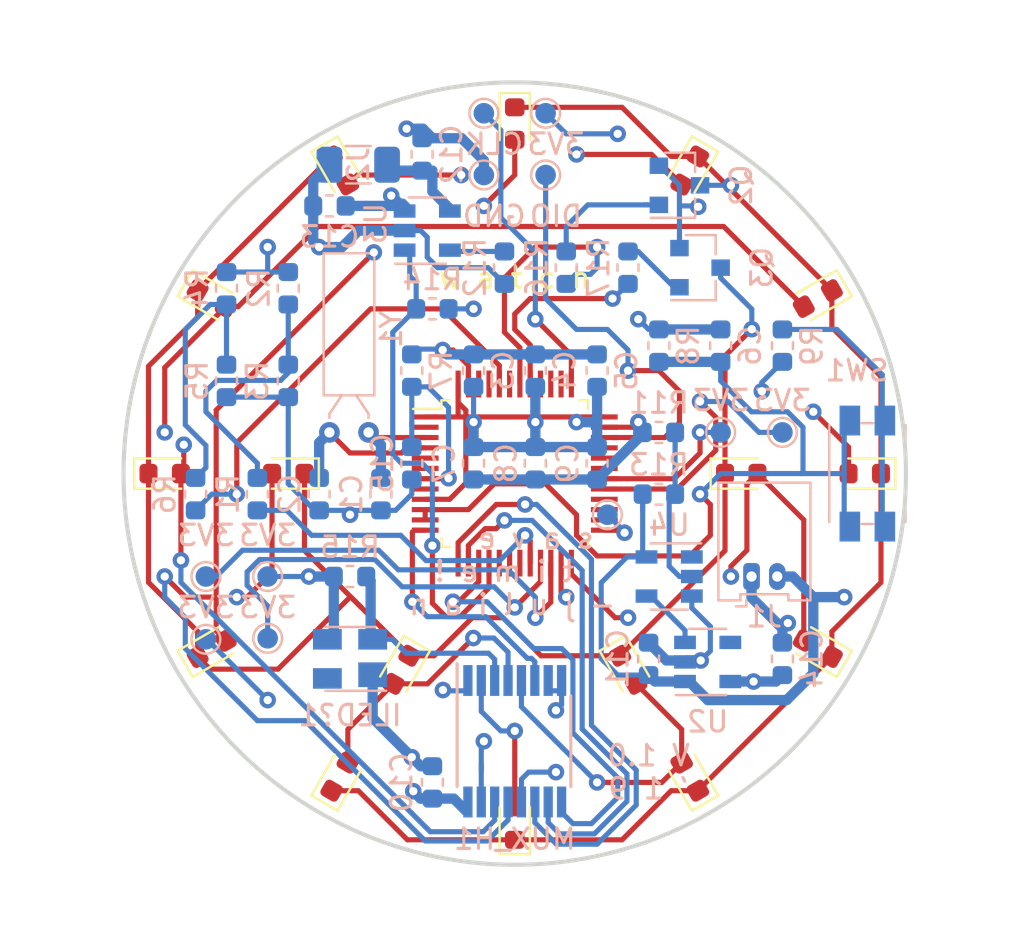
<source format=kicad_pcb>
(kicad_pcb (version 20171130) (host pcbnew 5.1.4)
  (layers (0 F.Cu signal) (1 In1.Cu mixed) (2 In2.Cu power) (31 B.Cu signal) (34 B.Paste user) (35 F.Paste user) (36 B.SilkS user) (37 F.SilkS user) (38 B.Mask user) (39 F.Mask user) (44 Edge.Cuts user))
  (net 0 "")
  (net 1 "Net-(R9-Pad2)")
  (net 2 "Net-(R1-Pad2)")
  (net 3 "Net-(R1-Pad1)")
  (net 4 "Net-(R4-Pad2)")
  (net 5 "Net-(R12-Pad1)")
  (net 6 "Net-(R6-Pad1)")
  (net 7 "Net-(U2-Pad4)")
  (net 8 "Net-(ILED?1-Pad4)")
  (net 9 "Net-(U1-Pad2)")
  (net 10 "Net-(C1-Pad1)")
  (net 11 "Net-(C2-Pad1)")
  (net 12 "Net-(U1-Pad5)")
  (net 13 "Net-(U1-Pad6)")
  (net 14 "Net-(U1-Pad8)")
  (net 15 "Net-(U1-Pad18)")
  (net 16 "Net-(U1-Pad19)")
  (net 17 "Net-(U1-Pad26)")
  (net 18 "Net-(U1-Pad27)")
  (net 19 "Net-(U1-Pad28)")
  (net 20 "Net-(U1-Pad31)")
  (net 21 "Net-(U1-Pad32)")
  (net 22 "Net-(U1-Pad33)")
  (net 23 "Net-(U1-Pad38)")
  (net 24 "Net-(U1-Pad39)")
  (net 25 "Net-(U1-Pad40)")
  (net 26 "Net-(U1-Pad43)")
  (net 27 "Net-(U1-Pad45)")
  (net 28 "Net-(U1-Pad46)")
  (net 29 "Net-(D12-Pad2)")
  (net 30 "Net-(D10-Pad2)")
  (net 31 "Net-(D10-Pad1)")
  (net 32 "Net-(D11-Pad2)")
  (net 33 "Net-(D1-Pad2)")
  (net 34 "Net-(D1-Pad1)")
  (net 35 BAT_STAT)
  (net 36 V_IN)
  (net 37 "Net-(D13-Pad2)")
  (net 38 "Net-(D14-Pad2)")
  (net 39 "Net-(D15-Pad2)")
  (net 40 "Net-(D16-Pad2)")
  (net 41 "Net-(Q2-Pad1)")
  (net 42 "Net-(Q3-Pad1)")
  (net 43 "Net-(R11-Pad1)")
  (net 44 ENA)
  (net 45 A0)
  (net 46 A1)
  (net 47 A2)
  (net 48 K0)
  (net 49 K1)
  (net 50 BAT+)
  (net 51 3V3)
  (net 52 ULED)
  (net 53 GND)
  (net 54 "Net-(U2-Pad3)")
  (net 55 SWDIO)
  (net 56 SWCLK)
  (net 57 "Net-(U1-Pad17)")
  (net 58 /Sheet5CD3F32F/WKUP)
  (net 59 SDA)
  (net 60 SCL)
  (net 61 TX)
  (net 62 RX)
  (net 63 "Net-(C15-Pad1)")
  (net 64 BUZ)
  (module TestPoint:TestPoint_Pad_D1.0mm (layer B.Cu) (at 104.5 102)
    (fp_text reference TP11 hide)
    (fp_text value BUZ hide)
    (pad 1 smd circle (at 0 0) (size 1 1) (layers B.Cu B.Mask) (net 64 BUZ))
  )
  (module Capacitor_SMD:C_0603_1608Metric (layer B.Cu) (at 95 99.5 270)
    (fp_text reference C15 (at 0 1.43 90) (layer B.SilkS) (effects (justify mirror)))
    (fp_text value 100n)
    (pad 2 smd roundrect (at 0.7875 0 270) (size 0.875 0.95) (layers B.Cu B.Paste B.Mask) (net 53 GND))
    (pad 1 smd roundrect (at -0.7875 0 270) (size 0.875 0.95) (layers B.Cu B.Paste B.Mask) (net 63 "Net-(C15-Pad1)"))
  )
  (module Connector_Molex:Molex_PicoBlade_53048-0210_1x02_P1.25mm_Horizontal (layer B.Cu) (at 111.5 105)
    (fp_text reference J1 (at 0.62 1.95) (layer B.SilkS) (effects (justify mirror)))
    (fp_text value Conn_01x02_Female)
    (pad 2 thru_hole oval (at 1.25 0) (size 0.8 1.3) (drill 0.5) (layers *.Cu *.Mask) (net 50 BAT+))
    (pad 1 thru_hole roundrect (at 0 0) (size 0.8 1.3) (drill 0.5) (layers *.Cu *.Mask) (net 53 GND))
  )
  (module TestPoint:TestPoint_Pad_D1.0mm (layer B.Cu) (at 113 98)
    (fp_text reference TP10 hide)
    (fp_text value 3V3 (at 0 -1.55 180) (layer B.SilkS) (effects (justify mirror)))
    (pad 1 smd circle (at 0 0) (size 1 1) (layers B.Cu B.Mask) (net 62 RX))
  )
  (module TestPoint:TestPoint_Pad_D1.0mm (layer B.Cu) (at 110 98)
    (fp_text reference TP9 hide)
    (fp_text value 3V3 (at 0 -1.55 180) (layer B.SilkS) (effects (justify mirror)))
    (pad 1 smd circle (at 0 0) (size 1 1) (layers B.Cu B.Mask) (net 61 TX))
  )
  (module TestPoint:TestPoint_Pad_D1.0mm (layer B.Cu) (at 85 108.05 180)
    (fp_text reference TP8 hide)
    (fp_text value 3V3 (at 0 1.55) (layer B.SilkS) (effects (justify mirror)))
    (pad 1 smd circle (at 0 0 180) (size 1 1) (layers B.Cu B.Mask) (net 53 GND))
  )
  (module TestPoint:TestPoint_Pad_D1.0mm (layer B.Cu) (at 88 108 180)
    (fp_text reference TP7 hide)
    (fp_text value 3V3 (at 0 1.5) (layer B.SilkS) (effects (justify mirror)))
    (pad 1 smd circle (at 0 0 180) (size 1 1) (layers B.Cu B.Mask) (net 60 SCL))
  )
  (module TestPoint:TestPoint_Pad_D1.0mm (layer B.Cu) (at 85 105 180)
    (fp_text reference TP6 hide)
    (fp_text value 3V3 (at 0 2) (layer B.SilkS) (effects (justify mirror)))
    (pad 1 smd circle (at 0 0 180) (size 1 1) (layers B.Cu B.Mask) (net 59 SDA))
  )
  (module TestPoint:TestPoint_Pad_D1.0mm (layer B.Cu) (at 88 105 180)
    (fp_text reference TP5 hide)
    (fp_text value 3V3 (at 0 2) (layer B.SilkS) (effects (justify mirror)))
    (pad 1 smd circle (at 0 0 180) (size 1 1) (layers B.Cu B.Mask) (net 51 3V3))
  )
  (module Resistor_SMD:R_1206_3216Metric (layer B.Cu) (at 92.4 85 180)
    (fp_text reference J2 (at 0 0 90) (layer B.SilkS) (effects (justify mirror)))
    (fp_text value Conn_01x02_Female)
    (pad 2 smd roundrect (at 1.4 0 180) (size 1.25 1.75) (layers B.Cu B.Paste B.Mask) (roundrect_rratio 0.2) (net 53 GND))
    (pad 1 smd roundrect (at -1.4 0 180) (size 1.25 1.75) (layers B.Cu B.Paste B.Mask) (roundrect_rratio 0.2) (net 36 V_IN))
  )
  (module Package_TO_SOT_SMD:SOT-23-5 (layer B.Cu) (at 107.5 105 180)
    (fp_text reference U4 (at 0 2.5) (layer B.SilkS) (effects (justify mirror)))
    (fp_text value 74LVC1G17)
    (pad 5 smd rect (at 1.1 0.95 180) (size 1.06 0.65) (layers B.Cu B.Paste B.Mask) (net 50 BAT+))
    (pad 4 smd rect (at 1.1 -0.95 180) (size 1.06 0.65) (layers B.Cu B.Paste B.Mask) (net 54 "Net-(U2-Pad3)"))
    (pad 3 smd rect (at -1.1 -0.95 180) (size 1.06 0.65) (layers B.Cu B.Paste B.Mask) (net 53 GND))
    (pad 2 smd rect (at -1.1 0 180) (size 1.06 0.65) (layers B.Cu B.Paste B.Mask) (net 43 "Net-(R11-Pad1)"))
    (pad 1 smd rect (at -1.1 0.95 180) (size 1.06 0.65) (layers B.Cu B.Paste B.Mask))
  )
  (module Resistor_SMD:R_0603_1608Metric (layer B.Cu) (at 107 101 180)
    (fp_text reference R13 (at 0 1.43) (layer B.SilkS) (effects (justify mirror)))
    (fp_text value R)
    (pad 2 smd roundrect (at 0.7875 0 180) (size 0.875 0.95) (layers B.Cu B.Paste B.Mask) (net 50 BAT+))
    (pad 1 smd roundrect (at -0.7875 0 180) (size 0.875 0.95) (layers B.Cu B.Paste B.Mask) (net 43 "Net-(R11-Pad1)"))
  )
  (module Package_TO_SOT_SMD:SOT-143R_Reverse (layer B.Cu) (at 92 109 180)
    (fp_text reference ILED?1 (at 0 -2.75) (layer B.SilkS) (effects (justify mirror)))
    (fp_text value BCR401)
    (pad 1 smd rect (at -1.1 -0.77 270) (size 1.2 1.4) (layers B.Cu B.Paste B.Mask) (net 53 GND))
    (pad 2 smd rect (at -1.1 0.95 270) (size 1 1.4) (layers B.Cu B.Paste B.Mask) (net 52 ULED))
    (pad 4 smd rect (at 1.1 -0.95 270) (size 1 1.4) (layers B.Cu B.Paste B.Mask) (net 8 "Net-(ILED?1-Pad4)"))
    (pad 3 smd rect (at 1.1 0.95 270) (size 1 1.4) (layers B.Cu B.Paste B.Mask) (net 51 3V3))
  )
  (module Resistor_SMD:R_0603_1608Metric (layer B.Cu) (at 92 105 180)
    (fp_text reference R15 (at 0 1.43) (layer B.SilkS) (effects (justify mirror)))
    (fp_text value R)
    (pad 2 smd roundrect (at 0.7875 0 180) (size 0.875 0.95) (layers B.Cu B.Paste B.Mask) (net 51 3V3))
    (pad 1 smd roundrect (at -0.7875 0 180) (size 0.875 0.95) (layers B.Cu B.Paste B.Mask) (net 52 ULED))
  )
  (module Resistor_SMD:R_0603_1608Metric (layer B.Cu) (at 105.5 90 270)
    (fp_text reference R17 (at 0 1.43 90) (layer B.SilkS) (effects (justify mirror)))
    (fp_text value 1k)
    (pad 2 smd roundrect (at 0.7875 0 270) (size 0.875 0.95) (layers B.Cu B.Paste B.Mask) (net 49 K1))
    (pad 1 smd roundrect (at -0.7875 0 270) (size 0.875 0.95) (layers B.Cu B.Paste B.Mask) (net 42 "Net-(Q3-Pad1)"))
  )
  (module Resistor_SMD:R_0603_1608Metric (layer B.Cu) (at 102.5 90 270)
    (fp_text reference R16 (at 0 1.43 90) (layer B.SilkS) (effects (justify mirror)))
    (fp_text value 1k)
    (pad 2 smd roundrect (at 0.7875 0 270) (size 0.875 0.95) (layers B.Cu B.Paste B.Mask) (net 48 K0))
    (pad 1 smd roundrect (at -0.7875 0 270) (size 0.875 0.95) (layers B.Cu B.Paste B.Mask) (net 41 "Net-(Q2-Pad1)"))
  )
  (module Resistor_SMD:R_0603_1608Metric (layer B.Cu) (at 96 92 180)
    (fp_text reference R14 (at 0 1.43) (layer B.SilkS) (effects (justify mirror)))
    (fp_text value 10k)
    (pad 2 smd roundrect (at 0.7875 0 180) (size 0.875 0.95) (layers B.Cu B.Paste B.Mask) (net 35 BAT_STAT))
    (pad 1 smd roundrect (at -0.7875 0 180) (size 0.875 0.95) (layers B.Cu B.Paste B.Mask) (net 51 3V3))
  )
  (module Resistor_SMD:R_0603_1608Metric (layer B.Cu) (at 99.5 90 270)
    (fp_text reference R12 (at 0 1.43 90) (layer B.SilkS) (effects (justify mirror)))
    (fp_text value 10k)
    (pad 2 smd roundrect (at 0.7875 0 270) (size 0.875 0.95) (layers B.Cu B.Paste B.Mask) (net 53 GND))
    (pad 1 smd roundrect (at -0.7875 0 270) (size 0.875 0.95) (layers B.Cu B.Paste B.Mask) (net 5 "Net-(R12-Pad1)"))
  )
  (module Resistor_SMD:R_0603_1608Metric (layer B.Cu) (at 107 98 180)
    (fp_text reference R11 (at 0 1.43) (layer B.SilkS) (effects (justify mirror)))
    (fp_text value R)
    (pad 2 smd roundrect (at 0.7875 0 180) (size 0.875 0.95) (layers B.Cu B.Paste B.Mask) (net 53 GND))
    (pad 1 smd roundrect (at -0.7875 0 180) (size 0.875 0.95) (layers B.Cu B.Paste B.Mask) (net 43 "Net-(R11-Pad1)"))
  )
  (module Resistor_SMD:R_0603_1608Metric (layer B.Cu) (at 113 93.7875 90)
    (fp_text reference R9 (at 0 1.43 90) (layer B.SilkS) (effects (justify mirror)))
    (fp_text value 1k)
    (pad 2 smd roundrect (at 0.7875 0 90) (size 0.875 0.95) (layers B.Cu B.Paste B.Mask) (net 1 "Net-(R9-Pad2)"))
    (pad 1 smd roundrect (at -0.7875 0 90) (size 0.875 0.95) (layers B.Cu B.Paste B.Mask) (net 51 3V3))
  )
  (module Resistor_SMD:R_0603_1608Metric (layer B.Cu) (at 107 93.7875 90)
    (fp_text reference R8 (at 0 1.43 90) (layer B.SilkS) (effects (justify mirror)))
    (fp_text value 10k)
    (pad 2 smd roundrect (at 0.7875 0 90) (size 0.875 0.95) (layers B.Cu B.Paste B.Mask) (net 53 GND))
    (pad 1 smd roundrect (at -0.7875 0 90) (size 0.875 0.95) (layers B.Cu B.Paste B.Mask) (net 58 /Sheet5CD3F32F/WKUP))
  )
  (module Resistor_SMD:R_0603_1608Metric (layer B.Cu) (at 95 95 90)
    (fp_text reference R7 (at 0 1.43 270) (layer B.SilkS) (effects (justify mirror)))
    (fp_text value R)
    (pad 2 smd roundrect (at 0.7875 0 90) (size 0.875 0.95) (layers B.Cu B.Paste B.Mask) (net 53 GND))
    (pad 1 smd roundrect (at -0.7875 0 90) (size 0.875 0.95) (layers B.Cu B.Paste B.Mask) (net 63 "Net-(C15-Pad1)"))
  )
  (module Resistor_SMD:R_0603_1608Metric (layer B.Cu) (at 84.5 101 90)
    (fp_text reference R6 (at 0 -1.5 90) (layer B.SilkS) (effects (justify mirror)))
    (fp_text value 100k)
    (pad 2 smd roundrect (at 0.7875 0 90) (size 0.875 0.95) (layers B.Cu B.Paste B.Mask) (net 4 "Net-(R4-Pad2)"))
    (pad 1 smd roundrect (at -0.7875 0 90) (size 0.875 0.95) (layers B.Cu B.Paste B.Mask) (net 6 "Net-(R6-Pad1)"))
  )
  (module Resistor_SMD:R_0603_1608Metric (layer B.Cu) (at 86 95.5 270)
    (fp_text reference R5 (at 0 1.43 270) (layer B.SilkS) (effects (justify mirror)))
    (fp_text value 0)
    (pad 2 smd roundrect (at 0.7875 0 270) (size 0.875 0.95) (layers B.Cu B.Paste B.Mask) (net 53 GND))
    (pad 1 smd roundrect (at -0.7875 0 270) (size 0.875 0.95) (layers B.Cu B.Paste B.Mask) (net 4 "Net-(R4-Pad2)"))
  )
  (module Resistor_SMD:R_0603_1608Metric (layer B.Cu) (at 86 91 270)
    (fp_text reference R4 (at 0 1.43 270) (layer B.SilkS) (effects (justify mirror)))
    (fp_text value 0)
    (pad 2 smd roundrect (at 0.7875 0 270) (size 0.875 0.95) (layers B.Cu B.Paste B.Mask) (net 4 "Net-(R4-Pad2)"))
    (pad 1 smd roundrect (at -0.7875 0 270) (size 0.875 0.95) (layers B.Cu B.Paste B.Mask) (net 51 3V3))
  )
  (module Resistor_SMD:R_0603_1608Metric (layer B.Cu) (at 89 95.5 90)
    (fp_text reference R3 (at 0 -1.5 270) (layer B.SilkS) (effects (justify mirror)))
    (fp_text value 0)
    (pad 2 smd roundrect (at 0.7875 0 90) (size 0.875 0.95) (layers B.Cu B.Paste B.Mask) (net 3 "Net-(R1-Pad1)"))
    (pad 1 smd roundrect (at -0.7875 0 90) (size 0.875 0.95) (layers B.Cu B.Paste B.Mask) (net 53 GND))
  )
  (module Resistor_SMD:R_0603_1608Metric (layer B.Cu) (at 89 91 270)
    (fp_text reference R2 (at 0 1.43 270) (layer B.SilkS) (effects (justify mirror)))
    (fp_text value 0)
    (pad 2 smd roundrect (at 0.7875 0 270) (size 0.875 0.95) (layers B.Cu B.Paste B.Mask) (net 3 "Net-(R1-Pad1)"))
    (pad 1 smd roundrect (at -0.7875 0 270) (size 0.875 0.95) (layers B.Cu B.Paste B.Mask) (net 51 3V3))
  )
  (module Resistor_SMD:R_0603_1608Metric (layer B.Cu) (at 87.5 101 270)
    (fp_text reference R1 (at 0 1.43 90) (layer B.SilkS) (effects (justify mirror)))
    (fp_text value 100k)
    (pad 2 smd roundrect (at 0.7875 0 270) (size 0.875 0.95) (layers B.Cu B.Paste B.Mask) (net 2 "Net-(R1-Pad2)"))
    (pad 1 smd roundrect (at -0.7875 0 270) (size 0.875 0.95) (layers B.Cu B.Paste B.Mask) (net 3 "Net-(R1-Pad1)"))
  )
  (module Capacitor_SMD:C_0603_1608Metric (layer B.Cu) (at 113 109 90)
    (fp_text reference C14 (at 0 1.43 270) (layer B.SilkS) (effects (justify mirror)))
    (fp_text value 100n)
    (pad 2 smd roundrect (at 0.7875 0 90) (size 0.875 0.95) (layers B.Cu B.Paste B.Mask) (net 53 GND))
    (pad 1 smd roundrect (at -0.7875 0 90) (size 0.875 0.95) (layers B.Cu B.Paste B.Mask) (net 51 3V3))
  )
  (module Capacitor_SMD:C_0603_1608Metric (layer B.Cu) (at 91 87 180)
    (fp_text reference C13 (at 0 -1.5 180) (layer B.SilkS) (effects (justify mirror)))
    (fp_text value 4u7)
    (pad 2 smd roundrect (at 0.7875 0 180) (size 0.875 0.95) (layers B.Cu B.Paste B.Mask) (net 53 GND))
    (pad 1 smd roundrect (at -0.7875 0 180) (size 0.875 0.95) (layers B.Cu B.Paste B.Mask) (net 50 BAT+))
  )
  (module Capacitor_SMD:C_0603_1608Metric (layer B.Cu) (at 95.5 84.5 90)
    (fp_text reference C12 (at 0 1.43 90) (layer B.SilkS) (effects (justify mirror)))
    (fp_text value 100n)
    (pad 2 smd roundrect (at 0.7875 0 90) (size 0.875 0.95) (layers B.Cu B.Paste B.Mask) (net 53 GND))
    (pad 1 smd roundrect (at -0.7875 0 90) (size 0.875 0.95) (layers B.Cu B.Paste B.Mask) (net 36 V_IN))
  )
  (module Capacitor_SMD:C_0603_1608Metric (layer B.Cu) (at 106.5 109 90)
    (fp_text reference C11 (at 0 -1.5 90) (layer B.SilkS) (effects (justify mirror)))
    (fp_text value 100n)
    (pad 2 smd roundrect (at 0.7875 0 90) (size 0.875 0.95) (layers B.Cu B.Paste B.Mask) (net 53 GND))
    (pad 1 smd roundrect (at -0.7875 0 90) (size 0.875 0.95) (layers B.Cu B.Paste B.Mask) (net 50 BAT+))
  )
  (module Capacitor_SMD:C_0603_1608Metric (layer B.Cu) (at 96 115 90)
    (fp_text reference C10 (at 0 -1.5 90) (layer B.SilkS) (effects (justify mirror)))
    (fp_text value 100n)
    (pad 2 smd roundrect (at 0.7875 0 90) (size 0.875 0.95) (layers B.Cu B.Paste B.Mask) (net 53 GND))
    (pad 1 smd roundrect (at -0.7875 0 90) (size 0.875 0.95) (layers B.Cu B.Paste B.Mask) (net 51 3V3))
  )
  (module Capacitor_SMD:C_0603_1608Metric (layer B.Cu) (at 104 99.5 270)
    (fp_text reference C9 (at 0 1.43 270) (layer B.SilkS) (effects (justify mirror)))
    (fp_text value 100n)
    (pad 2 smd roundrect (at 0.7875 0 270) (size 0.875 0.95) (layers B.Cu B.Paste B.Mask) (net 53 GND))
    (pad 1 smd roundrect (at -0.7875 0 270) (size 0.875 0.95) (layers B.Cu B.Paste B.Mask) (net 51 3V3))
  )
  (module Capacitor_SMD:C_0603_1608Metric (layer B.Cu) (at 101 99.5 270)
    (fp_text reference C8 (at 0 1.43 270) (layer B.SilkS) (effects (justify mirror)))
    (fp_text value 100n)
    (pad 2 smd roundrect (at 0.7875 0 270) (size 0.875 0.95) (layers B.Cu B.Paste B.Mask) (net 53 GND))
    (pad 1 smd roundrect (at -0.7875 0 270) (size 0.875 0.95) (layers B.Cu B.Paste B.Mask) (net 51 3V3))
  )
  (module Capacitor_SMD:C_0603_1608Metric (layer B.Cu) (at 98 99.5 270)
    (fp_text reference C7 (at 0 1.43 270) (layer B.SilkS) (effects (justify mirror)))
    (fp_text value 100n)
    (pad 2 smd roundrect (at 0.7875 0 270) (size 0.875 0.95) (layers B.Cu B.Paste B.Mask) (net 53 GND))
    (pad 1 smd roundrect (at -0.7875 0 270) (size 0.875 0.95) (layers B.Cu B.Paste B.Mask) (net 51 3V3))
  )
  (module Capacitor_SMD:C_0603_1608Metric (layer B.Cu) (at 110 93.7875 90)
    (fp_text reference C6 (at 0 1.43 270) (layer B.SilkS) (effects (justify mirror)))
    (fp_text value 1u)
    (pad 2 smd roundrect (at 0.7875 0 90) (size 0.875 0.95) (layers B.Cu B.Paste B.Mask) (net 53 GND))
    (pad 1 smd roundrect (at -0.7875 0 90) (size 0.875 0.95) (layers B.Cu B.Paste B.Mask) (net 58 /Sheet5CD3F32F/WKUP))
  )
  (module Capacitor_SMD:C_0603_1608Metric (layer B.Cu) (at 104 95 90)
    (fp_text reference C5 (at 0 1.43 90) (layer B.SilkS) (effects (justify mirror)))
    (fp_text value 100n)
    (pad 2 smd roundrect (at 0.7875 0 90) (size 0.875 0.95) (layers B.Cu B.Paste B.Mask) (net 53 GND))
    (pad 1 smd roundrect (at -0.7875 0 90) (size 0.875 0.95) (layers B.Cu B.Paste B.Mask) (net 51 3V3))
  )
  (module Capacitor_SMD:C_0603_1608Metric (layer B.Cu) (at 101 95 90)
    (fp_text reference C4 (at 0 1.43 90) (layer B.SilkS) (effects (justify mirror)))
    (fp_text value 100n)
    (pad 2 smd roundrect (at 0.7875 0 90) (size 0.875 0.95) (layers B.Cu B.Paste B.Mask) (net 53 GND))
    (pad 1 smd roundrect (at -0.7875 0 90) (size 0.875 0.95) (layers B.Cu B.Paste B.Mask) (net 51 3V3))
  )
  (module Capacitor_SMD:C_0603_1608Metric (layer B.Cu) (at 98 95 90)
    (fp_text reference C3 (at 0 1.43 90) (layer B.SilkS) (effects (justify mirror)))
    (fp_text value 4u7)
    (pad 2 smd roundrect (at 0.7875 0 90) (size 0.875 0.95) (layers B.Cu B.Paste B.Mask) (net 53 GND))
    (pad 1 smd roundrect (at -0.7875 0 90) (size 0.875 0.95) (layers B.Cu B.Paste B.Mask) (net 51 3V3))
  )
  (module Capacitor_SMD:C_0603_1608Metric (layer B.Cu) (at 90.5 101 270)
    (fp_text reference C2 (at 0 1.43 90) (layer B.SilkS) (effects (justify mirror)))
    (fp_text value 33p)
    (pad 2 smd roundrect (at 0.7875 0 270) (size 0.875 0.95) (layers B.Cu B.Paste B.Mask) (net 53 GND))
    (pad 1 smd roundrect (at -0.7875 0 270) (size 0.875 0.95) (layers B.Cu B.Paste B.Mask) (net 11 "Net-(C2-Pad1)"))
  )
  (module Capacitor_SMD:C_0603_1608Metric (layer B.Cu) (at 93.5 101 270)
    (fp_text reference C1 (at 0 1.43 90) (layer B.SilkS) (effects (justify mirror)))
    (fp_text value 33p)
    (pad 2 smd roundrect (at 0.7875 0 270) (size 0.875 0.95) (layers B.Cu B.Paste B.Mask) (net 53 GND))
    (pad 1 smd roundrect (at -0.7875 0 270) (size 0.875 0.95) (layers B.Cu B.Paste B.Mask) (net 10 "Net-(C1-Pad1)"))
  )
  (module Package_TO_SOT_SMD:SOT-23-5 (layer B.Cu) (at 109.37 109.15)
    (fp_text reference U2 (at 0 2.9) (layer B.SilkS) (effects (justify mirror)))
    (fp_text value TLV71333PDBV)
    (pad 5 smd rect (at 1.1 0.95) (size 1.06 0.65) (layers B.Cu B.Paste B.Mask) (net 51 3V3))
    (pad 4 smd rect (at 1.1 -0.95) (size 1.06 0.65) (layers B.Cu B.Paste B.Mask) (net 7 "Net-(U2-Pad4)"))
    (pad 3 smd rect (at -1.1 -0.95) (size 1.06 0.65) (layers B.Cu B.Paste B.Mask) (net 54 "Net-(U2-Pad3)"))
    (pad 2 smd rect (at -1.1 0) (size 1.06 0.65) (layers B.Cu B.Paste B.Mask) (net 53 GND))
    (pad 1 smd rect (at -1.1 0.95) (size 1.06 0.65) (layers B.Cu B.Paste B.Mask) (net 50 BAT+))
  )
  (module Package_TO_SOT_SMD:SOT-23 (layer B.Cu) (at 109 90)
    (fp_text reference Q3 (at 3 0 90) (layer B.SilkS) (effects (justify mirror)))
    (fp_text value BSS138)
    (pad 3 smd rect (at 1 0) (size 0.9 0.8) (layers B.Cu B.Paste B.Mask) (net 31 "Net-(D10-Pad1)"))
    (pad 2 smd rect (at -1 -0.95) (size 0.9 0.8) (layers B.Cu B.Paste B.Mask) (net 53 GND))
    (pad 1 smd rect (at -1 0.95) (size 0.9 0.8) (layers B.Cu B.Paste B.Mask) (net 42 "Net-(Q3-Pad1)"))
  )
  (module Package_TO_SOT_SMD:SOT-23 (layer B.Cu) (at 108 86)
    (fp_text reference Q2 (at 3 0 270) (layer B.SilkS) (effects (justify mirror)))
    (fp_text value BSS138)
    (pad 3 smd rect (at 1 0) (size 0.9 0.8) (layers B.Cu B.Paste B.Mask) (net 34 "Net-(D1-Pad1)"))
    (pad 2 smd rect (at -1 -0.95) (size 0.9 0.8) (layers B.Cu B.Paste B.Mask) (net 53 GND))
    (pad 1 smd rect (at -1 0.95) (size 0.9 0.8) (layers B.Cu B.Paste B.Mask) (net 41 "Net-(Q2-Pad1)"))
  )
  (module Package_TO_SOT_SMD:SOT-23-5 (layer B.Cu) (at 95.75 88.2)
    (fp_text reference U3 (at -2.5 -0.344999 90) (layer B.SilkS) (effects (justify mirror)))
    (fp_text value MCP73831-2-OT)
    (pad 5 smd rect (at 1.1 0.95) (size 1.06 0.65) (layers B.Cu B.Paste B.Mask) (net 5 "Net-(R12-Pad1)"))
    (pad 4 smd rect (at 1.1 -0.95) (size 1.06 0.65) (layers B.Cu B.Paste B.Mask) (net 36 V_IN))
    (pad 3 smd rect (at -1.1 -0.95) (size 1.06 0.65) (layers B.Cu B.Paste B.Mask) (net 50 BAT+))
    (pad 2 smd rect (at -1.1 0) (size 1.06 0.65) (layers B.Cu B.Paste B.Mask) (net 53 GND))
    (pad 1 smd rect (at -1.1 0.95) (size 1.06 0.65) (layers B.Cu B.Paste B.Mask) (net 35 BAT_STAT))
  )
  (module Button_Switch_SMD:Panasonic_EVQPUK_EVQPUB (layer B.Cu) (at 117.125 100 90)
    (fp_text reference SW1 (at 5 -0.5) (layer B.SilkS) (effects (justify mirror)))
    (fp_text value SW_Push)
    (pad 1 smd rect (at 2.575 0.85 270) (size 1.45 1) (layers B.Cu B.Paste B.Mask) (net 1 "Net-(R9-Pad2)"))
    (pad 1 smd rect (at -2.575 0.85 270) (size 1.45 1) (layers B.Cu B.Paste B.Mask) (net 1 "Net-(R9-Pad2)"))
    (pad 2 smd rect (at -2.575 -0.85 270) (size 1.45 1) (layers B.Cu B.Paste B.Mask) (net 58 /Sheet5CD3F32F/WKUP))
    (pad 2 smd rect (at 2.575 -0.85 270) (size 1.45 1) (layers B.Cu B.Paste B.Mask) (net 58 /Sheet5CD3F32F/WKUP))
  )
  (module Package_SO:TSSOP-16_4.4x5mm_P0.65mm (layer B.Cu) (at 100 113 270)
    (fp_text reference MUX_H1 (at 4.75 0 180) (layer B.SilkS) (effects (justify mirror)))
    (fp_text value SN74LV4051A)
    (pad 16 smd rect (at 2.95 2.275 270) (size 1.5 0.45) (layers B.Cu B.Paste B.Mask) (net 51 3V3))
    (pad 15 smd rect (at 2.95 1.625 270) (size 1.5 0.45) (layers B.Cu B.Paste B.Mask) (net 32 "Net-(D11-Pad2)"))
    (pad 14 smd rect (at 2.95 0.975 270) (size 1.5 0.45) (layers B.Cu B.Paste B.Mask) (net 30 "Net-(D10-Pad2)"))
    (pad 13 smd rect (at 2.95 0.325 270) (size 1.5 0.45) (layers B.Cu B.Paste B.Mask) (net 33 "Net-(D1-Pad2)"))
    (pad 12 smd rect (at 2.95 -0.325 270) (size 1.5 0.45) (layers B.Cu B.Paste B.Mask) (net 29 "Net-(D12-Pad2)"))
    (pad 11 smd rect (at 2.95 -0.975 270) (size 1.5 0.45) (layers B.Cu B.Paste B.Mask) (net 45 A0))
    (pad 10 smd rect (at 2.95 -1.625 270) (size 1.5 0.45) (layers B.Cu B.Paste B.Mask) (net 46 A1))
    (pad 9 smd rect (at 2.95 -2.275 270) (size 1.5 0.45) (layers B.Cu B.Paste B.Mask) (net 47 A2))
    (pad 8 smd rect (at -2.95 -2.275 270) (size 1.5 0.45) (layers B.Cu B.Paste B.Mask) (net 53 GND))
    (pad 7 smd rect (at -2.95 -1.625 270) (size 1.5 0.45) (layers B.Cu B.Paste B.Mask) (net 53 GND))
    (pad 6 smd rect (at -2.95 -0.975 270) (size 1.5 0.45) (layers B.Cu B.Paste B.Mask) (net 44 ENA))
    (pad 5 smd rect (at -2.95 -0.325 270) (size 1.5 0.45) (layers B.Cu B.Paste B.Mask) (net 38 "Net-(D14-Pad2)"))
    (pad 4 smd rect (at -2.95 0.325 270) (size 1.5 0.45) (layers B.Cu B.Paste B.Mask) (net 40 "Net-(D16-Pad2)"))
    (pad 3 smd rect (at -2.95 0.975 270) (size 1.5 0.45) (layers B.Cu B.Paste B.Mask) (net 52 ULED))
    (pad 2 smd rect (at -2.95 1.625 270) (size 1.5 0.45) (layers B.Cu B.Paste B.Mask) (net 39 "Net-(D15-Pad2)"))
    (pad 1 smd rect (at -2.95 2.275 270) (size 1.5 0.45) (layers B.Cu B.Paste B.Mask) (net 37 "Net-(D13-Pad2)"))
  )
  (module Crystal:Crystal_C26-LF_D2.1mm_L6.5mm_Horizontal (layer B.Cu) (at 91 98)
    (fp_text reference Y1 (at 3 -5 90) (layer B.SilkS) (effects (justify mirror)))
    (fp_text value Crystal)
    (pad 1 thru_hole circle (at 0 0) (size 1 1) (drill 0.5) (layers *.Cu *.Mask) (net 11 "Net-(C2-Pad1)"))
    (pad 2 thru_hole circle (at 1.9 0) (size 1 1) (drill 0.5) (layers *.Cu *.Mask) (net 10 "Net-(C1-Pad1)"))
  )
  (module LED_SMD:LED_0603_1608Metric (layer F.Cu) (at 100 117 90)
    (fp_text reference D7 hide)
    (fp_text value LED)
    (pad 1 smd roundrect (at -0.7875 0 90) (size 0.875 0.95) (layers F.Cu F.Paste F.Mask) (net 34 "Net-(D1-Pad1)"))
    (pad 2 smd roundrect (at 0.7875 0 90) (size 0.875 0.95) (layers F.Cu F.Paste F.Mask) (net 39 "Net-(D15-Pad2)"))
  )
  (module LED_SMD:LED_0603_1608Metric (layer F.Cu) (at 108.5 114.72 120)
    (fp_text reference D6 hide)
    (fp_text value LED)
    (pad 2 smd roundrect (at 0.7875 0 120) (size 0.875 0.95) (layers F.Cu F.Paste F.Mask) (net 38 "Net-(D14-Pad2)"))
    (pad 1 smd roundrect (at -0.7875 0 120) (size 0.875 0.95) (layers F.Cu F.Paste F.Mask) (net 34 "Net-(D1-Pad1)"))
  )
  (module LED_SMD:LED_0603_1608Metric (layer F.Cu) (at 114.72 108.5 150)
    (fp_text reference D5 hide)
    (fp_text value LED)
    (pad 1 smd roundrect (at -0.7875 0 150) (size 0.875 0.95) (layers F.Cu F.Paste F.Mask) (net 34 "Net-(D1-Pad1)"))
    (pad 2 smd roundrect (at 0.7875 0 150) (size 0.875 0.95) (layers F.Cu F.Paste F.Mask) (net 37 "Net-(D13-Pad2)"))
  )
  (module LED_SMD:LED_0603_1608Metric (layer F.Cu) (at 117 100 180)
    (fp_text reference D4 hide)
    (fp_text value LED)
    (pad 2 smd roundrect (at 0.7875 0 180) (size 0.875 0.95) (layers F.Cu F.Paste F.Mask) (net 29 "Net-(D12-Pad2)"))
    (pad 1 smd roundrect (at -0.7875 0 180) (size 0.875 0.95) (layers F.Cu F.Paste F.Mask) (net 34 "Net-(D1-Pad1)"))
  )
  (module LED_SMD:LED_0603_1608Metric (layer F.Cu) (at 114.72 91.5 210)
    (fp_text reference D3 hide)
    (fp_text value LED)
    (pad 1 smd roundrect (at -0.7875 0 210) (size 0.875 0.95) (layers F.Cu F.Paste F.Mask) (net 34 "Net-(D1-Pad1)"))
    (pad 2 smd roundrect (at 0.7875 0 210) (size 0.875 0.95) (layers F.Cu F.Paste F.Mask) (net 32 "Net-(D11-Pad2)"))
  )
  (module LED_SMD:LED_0603_1608Metric (layer F.Cu) (at 108.5 85.28 240)
    (fp_text reference D2 hide)
    (fp_text value LED)
    (pad 2 smd roundrect (at 0.7875 0 240) (size 0.875 0.95) (layers F.Cu F.Paste F.Mask) (net 30 "Net-(D10-Pad2)"))
    (pad 1 smd roundrect (at -0.7875 0 240) (size 0.875 0.95) (layers F.Cu F.Paste F.Mask) (net 34 "Net-(D1-Pad1)"))
  )
  (module LED_SMD:LED_0603_1608Metric (layer F.Cu) (at 100 83 270)
    (fp_text reference D1 hide)
    (fp_text value LED)
    (pad 1 smd roundrect (at -0.7875 0 270) (size 0.875 0.95) (layers F.Cu F.Paste F.Mask) (net 34 "Net-(D1-Pad1)"))
    (pad 2 smd roundrect (at 0.7875 0 270) (size 0.875 0.95) (layers F.Cu F.Paste F.Mask) (net 33 "Net-(D1-Pad2)"))
  )
  (module LED_SMD:LED_0603_1608Metric (layer F.Cu) (at 85.28 108.5 30)
    (fp_text reference D9 hide)
    (fp_text value LED)
    (pad 2 smd roundrect (at 0.7875 0 30) (size 0.875 0.95) (layers F.Cu F.Paste F.Mask) (net 33 "Net-(D1-Pad2)"))
    (pad 1 smd roundrect (at -0.7875 0 30) (size 0.875 0.95) (layers F.Cu F.Paste F.Mask) (net 31 "Net-(D10-Pad1)"))
  )
  (module LED_SMD:LED_0603_1608Metric (layer F.Cu) (at 94.5 109.53 240)
    (fp_text reference D16 hide)
    (fp_text value LED)
    (pad 2 smd roundrect (at 0.7875 0 240) (size 0.875 0.95) (layers F.Cu F.Paste F.Mask) (net 40 "Net-(D16-Pad2)"))
    (pad 1 smd roundrect (at -0.7875 0 240) (size 0.875 0.95) (layers F.Cu F.Paste F.Mask) (net 31 "Net-(D10-Pad1)"))
  )
  (module LED_SMD:LED_0603_1608Metric (layer F.Cu) (at 89 100 180)
    (fp_text reference D15 hide)
    (fp_text value LED)
    (pad 1 smd roundrect (at -0.7875 0 180) (size 0.875 0.95) (layers F.Cu F.Paste F.Mask) (net 31 "Net-(D10-Pad1)"))
    (pad 2 smd roundrect (at 0.7875 0 180) (size 0.875 0.95) (layers F.Cu F.Paste F.Mask) (net 39 "Net-(D15-Pad2)"))
  )
  (module LED_SMD:LED_0603_1608Metric (layer F.Cu) (at 105.5 109.53 300)
    (fp_text reference D14 hide)
    (fp_text value LED)
    (pad 2 smd roundrect (at 0.7875 0 300) (size 0.875 0.95) (layers F.Cu F.Paste F.Mask) (net 38 "Net-(D14-Pad2)"))
    (pad 1 smd roundrect (at -0.7875 0 300) (size 0.875 0.95) (layers F.Cu F.Paste F.Mask) (net 31 "Net-(D10-Pad1)"))
  )
  (module LED_SMD:LED_0603_1608Metric (layer F.Cu) (at 111 100)
    (fp_text reference D13 hide)
    (fp_text value LED)
    (pad 1 smd roundrect (at -0.7875 0) (size 0.875 0.95) (layers F.Cu F.Paste F.Mask) (net 31 "Net-(D10-Pad1)"))
    (pad 2 smd roundrect (at 0.7875 0) (size 0.875 0.95) (layers F.Cu F.Paste F.Mask) (net 37 "Net-(D13-Pad2)"))
  )
  (module LED_SMD:LED_0603_1608Metric (layer F.Cu) (at 91.5 85.28 300)
    (fp_text reference D12 hide)
    (fp_text value LED)
    (pad 2 smd roundrect (at 0.7875 0 300) (size 0.875 0.95) (layers F.Cu F.Paste F.Mask) (net 29 "Net-(D12-Pad2)"))
    (pad 1 smd roundrect (at -0.7875 0 300) (size 0.875 0.95) (layers F.Cu F.Paste F.Mask) (net 31 "Net-(D10-Pad1)"))
  )
  (module LED_SMD:LED_0603_1608Metric (layer F.Cu) (at 85.28 91.5 330)
    (fp_text reference D11 hide)
    (fp_text value LED)
    (pad 1 smd roundrect (at -0.7875 0 330) (size 0.875 0.95) (layers F.Cu F.Paste F.Mask) (net 31 "Net-(D10-Pad1)"))
    (pad 2 smd roundrect (at 0.7875 0 330) (size 0.875 0.95) (layers F.Cu F.Paste F.Mask) (net 32 "Net-(D11-Pad2)"))
  )
  (module LED_SMD:LED_0603_1608Metric (layer F.Cu) (at 83 100)
    (fp_text reference D10 hide)
    (fp_text value LED)
    (pad 2 smd roundrect (at 0.7875 0) (size 0.875 0.95) (layers F.Cu F.Paste F.Mask) (net 30 "Net-(D10-Pad2)"))
    (pad 1 smd roundrect (at -0.7875 0) (size 0.875 0.95) (layers F.Cu F.Paste F.Mask) (net 31 "Net-(D10-Pad1)"))
  )
  (module LED_SMD:LED_0603_1608Metric (layer F.Cu) (at 91.5 114.72 60)
    (fp_text reference D8 hide)
    (fp_text value LED)
    (pad 1 smd roundrect (at -0.7875 0 60) (size 0.875 0.95) (layers F.Cu F.Paste F.Mask) (net 34 "Net-(D1-Pad1)"))
    (pad 2 smd roundrect (at 0.7875 0 60) (size 0.875 0.95) (layers F.Cu F.Paste F.Mask) (net 40 "Net-(D16-Pad2)"))
  )
  (module Package_QFP:LQFP-48_7x7mm_P0.5mm (layer F.Cu) (at 100 100)
    (fp_text reference U1 hide)
    (fp_text value STM32F103C8Tx)
    (pad 1 smd rect (at -4.35 -2.75) (size 1.3 0.25) (layers F.Cu F.Paste F.Mask) (net 51 3V3))
    (pad 2 smd rect (at -4.35 -2.25) (size 1.3 0.25) (layers F.Cu F.Paste F.Mask) (net 9 "Net-(U1-Pad2)"))
    (pad 3 smd rect (at -4.35 -1.75) (size 1.3 0.25) (layers F.Cu F.Paste F.Mask) (net 10 "Net-(C1-Pad1)"))
    (pad 4 smd rect (at -4.35 -1.25) (size 1.3 0.25) (layers F.Cu F.Paste F.Mask) (net 11 "Net-(C2-Pad1)"))
    (pad 5 smd rect (at -4.35 -0.75) (size 1.3 0.25) (layers F.Cu F.Paste F.Mask) (net 12 "Net-(U1-Pad5)"))
    (pad 6 smd rect (at -4.35 -0.25) (size 1.3 0.25) (layers F.Cu F.Paste F.Mask) (net 13 "Net-(U1-Pad6)"))
    (pad 7 smd rect (at -4.35 0.25) (size 1.3 0.25) (layers F.Cu F.Paste F.Mask) (net 63 "Net-(C15-Pad1)"))
    (pad 8 smd rect (at -4.35 0.75) (size 1.3 0.25) (layers F.Cu F.Paste F.Mask) (net 14 "Net-(U1-Pad8)"))
    (pad 9 smd rect (at -4.35 1.25) (size 1.3 0.25) (layers F.Cu F.Paste F.Mask) (net 51 3V3))
    (pad 10 smd rect (at -4.35 1.75) (size 1.3 0.25) (layers F.Cu F.Paste F.Mask) (net 58 /Sheet5CD3F32F/WKUP))
    (pad 11 smd rect (at -4.35 2.25) (size 1.3 0.25) (layers F.Cu F.Paste F.Mask) (net 58 /Sheet5CD3F32F/WKUP))
    (pad 12 smd rect (at -4.35 2.75) (size 1.3 0.25) (layers F.Cu F.Paste F.Mask) (net 44 ENA))
    (pad 13 smd rect (at -2.75 4.35 90) (size 1.3 0.25) (layers F.Cu F.Paste F.Mask) (net 45 A0))
    (pad 14 smd rect (at -2.25 4.35 90) (size 1.3 0.25) (layers F.Cu F.Paste F.Mask) (net 46 A1))
    (pad 15 smd rect (at -1.75 4.35 90) (size 1.3 0.25) (layers F.Cu F.Paste F.Mask) (net 47 A2))
    (pad 16 smd rect (at -1.25 4.35 90) (size 1.3 0.25) (layers F.Cu F.Paste F.Mask) (net 35 BAT_STAT))
    (pad 17 smd rect (at -0.75 4.35 90) (size 1.3 0.25) (layers F.Cu F.Paste F.Mask) (net 57 "Net-(U1-Pad17)"))
    (pad 18 smd rect (at -0.25 4.35 90) (size 1.3 0.25) (layers F.Cu F.Paste F.Mask) (net 15 "Net-(U1-Pad18)"))
    (pad 19 smd rect (at 0.25 4.35 90) (size 1.3 0.25) (layers F.Cu F.Paste F.Mask) (net 16 "Net-(U1-Pad19)"))
    (pad 20 smd rect (at 0.75 4.35 90) (size 1.3 0.25) (layers F.Cu F.Paste F.Mask) (net 2 "Net-(R1-Pad2)"))
    (pad 21 smd rect (at 1.25 4.35 90) (size 1.3 0.25) (layers F.Cu F.Paste F.Mask) (net 60 SCL))
    (pad 22 smd rect (at 1.75 4.35 90) (size 1.3 0.25) (layers F.Cu F.Paste F.Mask) (net 59 SDA))
    (pad 23 smd rect (at 2.25 4.35 90) (size 1.3 0.25) (layers F.Cu F.Paste F.Mask) (net 53 GND))
    (pad 24 smd rect (at 2.75 4.35 90) (size 1.3 0.25) (layers F.Cu F.Paste F.Mask) (net 51 3V3))
    (pad 25 smd rect (at 4.35 2.75) (size 1.3 0.25) (layers F.Cu F.Paste F.Mask) (net 64 BUZ))
    (pad 26 smd rect (at 4.35 2.25) (size 1.3 0.25) (layers F.Cu F.Paste F.Mask) (net 17 "Net-(U1-Pad26)"))
    (pad 27 smd rect (at 4.35 1.75) (size 1.3 0.25) (layers F.Cu F.Paste F.Mask) (net 18 "Net-(U1-Pad27)"))
    (pad 28 smd rect (at 4.35 1.25) (size 1.3 0.25) (layers F.Cu F.Paste F.Mask) (net 19 "Net-(U1-Pad28)"))
    (pad 29 smd rect (at 4.35 0.75) (size 1.3 0.25) (layers F.Cu F.Paste F.Mask) (net 62 RX))
    (pad 30 smd rect (at 4.35 0.25) (size 1.3 0.25) (layers F.Cu F.Paste F.Mask) (net 61 TX))
    (pad 31 smd rect (at 4.35 -0.25) (size 1.3 0.25) (layers F.Cu F.Paste F.Mask) (net 20 "Net-(U1-Pad31)"))
    (pad 32 smd rect (at 4.35 -0.75) (size 1.3 0.25) (layers F.Cu F.Paste F.Mask) (net 21 "Net-(U1-Pad32)"))
    (pad 33 smd rect (at 4.35 -1.25) (size 1.3 0.25) (layers F.Cu F.Paste F.Mask) (net 22 "Net-(U1-Pad33)"))
    (pad 34 smd rect (at 4.35 -1.75) (size 1.3 0.25) (layers F.Cu F.Paste F.Mask) (net 55 SWDIO))
    (pad 35 smd rect (at 4.35 -2.25) (size 1.3 0.25) (layers F.Cu F.Paste F.Mask) (net 53 GND))
    (pad 36 smd rect (at 4.35 -2.75) (size 1.3 0.25) (layers F.Cu F.Paste F.Mask) (net 51 3V3))
    (pad 37 smd rect (at 2.75 -4.35 90) (size 1.3 0.25) (layers F.Cu F.Paste F.Mask) (net 56 SWCLK))
    (pad 38 smd rect (at 2.25 -4.35 90) (size 1.3 0.25) (layers F.Cu F.Paste F.Mask) (net 23 "Net-(U1-Pad38)"))
    (pad 39 smd rect (at 1.75 -4.35 90) (size 1.3 0.25) (layers F.Cu F.Paste F.Mask) (net 24 "Net-(U1-Pad39)"))
    (pad 40 smd rect (at 1.25 -4.35 90) (size 1.3 0.25) (layers F.Cu F.Paste F.Mask) (net 25 "Net-(U1-Pad40)"))
    (pad 41 smd rect (at 0.75 -4.35 90) (size 1.3 0.25) (layers F.Cu F.Paste F.Mask) (net 49 K1))
    (pad 42 smd rect (at 0.25 -4.35 90) (size 1.3 0.25) (layers F.Cu F.Paste F.Mask) (net 48 K0))
    (pad 43 smd rect (at -0.25 -4.35 90) (size 1.3 0.25) (layers F.Cu F.Paste F.Mask) (net 26 "Net-(U1-Pad43)"))
    (pad 44 smd rect (at -0.75 -4.35 90) (size 1.3 0.25) (layers F.Cu F.Paste F.Mask) (net 6 "Net-(R6-Pad1)"))
    (pad 45 smd rect (at -1.25 -4.35 90) (size 1.3 0.25) (layers F.Cu F.Paste F.Mask) (net 27 "Net-(U1-Pad45)"))
    (pad 46 smd rect (at -1.75 -4.35 90) (size 1.3 0.25) (layers F.Cu F.Paste F.Mask) (net 28 "Net-(U1-Pad46)"))
    (pad 47 smd rect (at -2.25 -4.35 90) (size 1.3 0.25) (layers F.Cu F.Paste F.Mask) (net 53 GND))
    (pad 48 smd rect (at -2.75 -4.35 90) (size 1.3 0.25) (layers F.Cu F.Paste F.Mask) (net 51 3V3))
  )
  (module TestPoint:TestPoint_Pad_D1.0mm (layer B.Cu) (at 101.5 85.5)
    (fp_text reference TP2 hide)
    (fp_text value DIO (at 0.5 2) (layer B.SilkS) (effects (justify mirror)))
    (pad 1 smd circle (at 0 0) (size 1 1) (layers B.Cu B.Mask) (net 55 SWDIO))
  )
  (module TestPoint:TestPoint_Pad_D1.0mm (layer B.Cu) (at 101.5 82.5)
    (fp_text reference TP1 hide)
    (fp_text value 3V3 (at 0.5 1.5) (layer B.SilkS) (effects (justify mirror)))
    (pad 1 smd circle (at 0 0) (size 1 1) (layers B.Cu B.Mask) (net 51 3V3))
  )
  (module TestPoint:TestPoint_Pad_D1.0mm (layer B.Cu) (at 98.5 85.5)
    (fp_text reference TP4 hide)
    (fp_text value GND (at 0.5 2) (layer B.SilkS) (effects (justify mirror)))
    (pad 1 smd circle (at 0 0) (size 1 1) (layers B.Cu B.Mask) (net 53 GND))
  )
  (module TestPoint:TestPoint_Pad_D1.0mm (layer B.Cu) (at 98.5 82.5)
    (fp_text reference TP3 hide)
    (fp_text value CLK (at 0.5 1.5) (layer B.SilkS) (effects (justify mirror)))
    (pad 1 smd circle (at 0 0) (size 1 1) (layers B.Cu B.Mask) (net 56 SWCLK))
  )
  (gr_text "V 1.0\n' 1 9" (at 106.5 114.5) (layer B.SilkS) (effects (font (size 1 1)) (justify mirror)))
  (gr_text "s a v e    \nt i m e !\n- j u l i a n " (at 99.5 104.75) (layer B.SilkS) (effects (font (size 1 1)) (justify mirror)))
  (gr_text "w a t c h" (at 100 90.5) (layer F.SilkS) (effects (font (size 1 1))))
  (gr_circle (center 100 100) (end 119 100) (layer Edge.Cuts) (width 0.2))
  (segment (start 117.85 95.2) (end 117.85 102.575) (width 0.25) (layer B.Cu) (net 1))
  (segment (start 113 93) (end 115.65 93) (width 0.25) (layer B.Cu) (net 1))
  (segment (start 115.65 93) (end 117.85 95.2) (width 0.25) (layer B.Cu) (net 1))
  (via (at 100.5 103) (size 0.8) (drill 0.4) (layers F.Cu B.Cu) (net 2))
  (segment (start 100.75 103.25) (end 100.75 104.35) (width 0.25) (layer F.Cu) (net 2))
  (segment (start 100.5 103) (end 100.75 103.25) (width 0.25) (layer F.Cu) (net 2))
  (segment (start 88.92391 101.7875) (end 88.075 101.7875) (width 0.25) (layer B.Cu) (net 2))
  (segment (start 99.274998 104.225002) (end 95.6885 104.225002) (width 0.25) (layer B.Cu) (net 2))
  (segment (start 100.5 103) (end 99.274998 104.225002) (width 0.25) (layer B.Cu) (net 2))
  (segment (start 88.075 101.7875) (end 87.5 101.7875) (width 0.25) (layer B.Cu) (net 2))
  (segment (start 95.6885 104.225002) (end 94.463498 103) (width 0.25) (layer B.Cu) (net 2))
  (segment (start 94.463498 103) (end 90.13641 103) (width 0.25) (layer B.Cu) (net 2))
  (segment (start 90.13641 103) (end 88.92391 101.7875) (width 0.25) (layer B.Cu) (net 2))
  (segment (start 89 91.7875) (end 89 94.7125) (width 0.25) (layer B.Cu) (net 3))
  (segment (start 87.5 99.5) (end 85 97) (width 0.25) (layer B.Cu) (net 3))
  (segment (start 88.63124 95.47501) (end 89 95.10625) (width 0.25) (layer B.Cu) (net 3))
  (segment (start 85 97) (end 85 96) (width 0.25) (layer B.Cu) (net 3))
  (segment (start 87.5 100.2125) (end 87.5 99.5) (width 0.25) (layer B.Cu) (net 3))
  (segment (start 89 95.10625) (end 89 94.7125) (width 0.25) (layer B.Cu) (net 3))
  (segment (start 85 96) (end 85.52499 95.47501) (width 0.25) (layer B.Cu) (net 3))
  (segment (start 85.52499 95.47501) (end 88.63124 95.47501) (width 0.25) (layer B.Cu) (net 3))
  (segment (start 86 94.7125) (end 86 91.7875) (width 0.25) (layer B.Cu) (net 4))
  (segment (start 85 99.7125) (end 84.5 100.2125) (width 0.25) (layer B.Cu) (net 4))
  (segment (start 85.2125 91.7875) (end 84 93) (width 0.25) (layer B.Cu) (net 4))
  (segment (start 85 98.636411) (end 85 99.7125) (width 0.25) (layer B.Cu) (net 4))
  (segment (start 86 91.7875) (end 85.2125 91.7875) (width 0.25) (layer B.Cu) (net 4))
  (segment (start 84 93) (end 84 97.636411) (width 0.25) (layer B.Cu) (net 4))
  (segment (start 84 97.636411) (end 85 98.636411) (width 0.25) (layer B.Cu) (net 4))
  (segment (start 99.2375 88.95) (end 99.5 89.2125) (width 0.25) (layer B.Cu) (net 5))
  (segment (start 97.1625 89.2125) (end 97.1 89.15) (width 0.25) (layer B.Cu) (net 5))
  (segment (start 99.5 89.2125) (end 97.1625 89.2125) (width 0.25) (layer B.Cu) (net 5))
  (segment (start 85.2875 101) (end 85.934315 101) (width 0.25) (layer B.Cu) (net 6))
  (segment (start 84.5 101.7875) (end 85.2875 101) (width 0.25) (layer B.Cu) (net 6))
  (segment (start 96.5 92) (end 93 92) (width 0.25) (layer F.Cu) (net 6))
  (segment (start 99.25 94.75) (end 96.5 92) (width 0.25) (layer F.Cu) (net 6))
  (segment (start 93 92) (end 86.5 98.5) (width 0.25) (layer F.Cu) (net 6))
  (segment (start 86.5 98.5) (end 86.5 100.434315) (width 0.25) (layer F.Cu) (net 6))
  (segment (start 99.25 95.65) (end 99.25 94.75) (width 0.25) (layer F.Cu) (net 6))
  (segment (start 86.5 100.434315) (end 86.5 101) (width 0.25) (layer F.Cu) (net 6))
  (via (at 86.5 101) (size 0.8) (drill 0.4) (layers F.Cu B.Cu) (net 6))
  (segment (start 85.934315 101) (end 86.5 101) (width 0.25) (layer B.Cu) (net 6))
  (segment (start 93.15 98.25) (end 92.9 98) (width 0.25) (layer F.Cu) (net 10))
  (segment (start 95.65 98.25) (end 93.15 98.25) (width 0.25) (layer F.Cu) (net 10))
  (segment (start 93.5 100.2125) (end 93.5 98.6) (width 0.5) (layer B.Cu) (net 10))
  (segment (start 93.5 98.6) (end 92.9 98) (width 0.5) (layer B.Cu) (net 10))
  (segment (start 94.75 98.75) (end 94.5 99) (width 0.25) (layer F.Cu) (net 11))
  (segment (start 95.65 98.75) (end 94.75 98.75) (width 0.25) (layer F.Cu) (net 11))
  (segment (start 92 99) (end 91 98) (width 0.25) (layer F.Cu) (net 11))
  (segment (start 94.5 99) (end 92 99) (width 0.25) (layer F.Cu) (net 11))
  (segment (start 90.5 98.5) (end 91 98) (width 0.5) (layer B.Cu) (net 11))
  (segment (start 90.5 100.2125) (end 90.5 98.5) (width 0.5) (layer B.Cu) (net 11))
  (via (at 102 114.5) (size 0.8) (drill 0.4) (layers F.Cu B.Cu) (net 29))
  (segment (start 100.325 116.45) (end 100.325 115.45) (width 0.25) (layer B.Cu) (net 29))
  (segment (start 116.2125 98.7125) (end 116 98.5) (width 0.25) (layer F.Cu) (net 29))
  (segment (start 116.2125 100) (end 116.2125 98.7125) (width 0.25) (layer F.Cu) (net 29))
  (via (at 114.5 97) (size 0.8) (drill 0.4) (layers F.Cu B.Cu) (net 29))
  (segment (start 116 98.5) (end 114.5 97) (width 0.25) (layer F.Cu) (net 29))
  (segment (start 91.89375 85.961995) (end 92.355745 85.5) (width 0.25) (layer F.Cu) (net 29))
  (segment (start 92.355745 85.5) (end 96.934315 85.5) (width 0.25) (layer F.Cu) (net 29))
  (segment (start 96.934315 85.5) (end 97.399997 85.5) (width 0.25) (layer F.Cu) (net 29))
  (via (at 97.399997 85.5) (size 0.8) (drill 0.4) (layers F.Cu B.Cu) (net 29))
  (segment (start 100.325 115.95) (end 100.325 114.85) (width 0.25) (layer B.Cu) (net 29))
  (segment (start 101.434315 114.5) (end 102 114.5) (width 0.25) (layer B.Cu) (net 29))
  (segment (start 100.675 114.5) (end 101.434315 114.5) (width 0.25) (layer B.Cu) (net 29))
  (segment (start 100.325 114.85) (end 100.675 114.5) (width 0.25) (layer B.Cu) (net 29))
  (via (at 103 84.5) (size 0.8) (drill 0.4) (layers F.Cu B.Cu) (net 30))
  (segment (start 108.10625 85.961995) (end 106.644255 84.5) (width 0.25) (layer F.Cu) (net 30))
  (segment (start 106.644255 84.5) (end 103.565685 84.5) (width 0.25) (layer F.Cu) (net 30))
  (segment (start 103.565685 84.5) (end 103 84.5) (width 0.25) (layer F.Cu) (net 30))
  (via (at 83.925 98.6) (size 0.8) (drill 0.4) (layers F.Cu B.Cu) (net 30))
  (segment (start 83.925 99.8625) (end 83.7875 100) (width 0.25) (layer F.Cu) (net 30))
  (segment (start 83.925 98.6) (end 83.925 99.8625) (width 0.25) (layer F.Cu) (net 30))
  (segment (start 99.025 116.83859) (end 98.468804 117.394786) (width 0.25) (layer B.Cu) (net 30))
  (segment (start 98.468804 117.394786) (end 95.894786 117.394786) (width 0.25) (layer B.Cu) (net 30))
  (segment (start 99.025 116.45) (end 99.025 116.83859) (width 0.25) (layer B.Cu) (net 30))
  (segment (start 95.894786 117.394786) (end 92.5 114) (width 0.25) (layer B.Cu) (net 30))
  (segment (start 83.7875 104.2125) (end 83.7875 100) (width 0.25) (layer F.Cu) (net 30))
  (via (at 83.7875 104.2125) (size 0.8) (drill 0.4) (layers F.Cu B.Cu) (net 30))
  (segment (start 83.999992 104.424992) (end 83.7875 104.2125) (width 0.25) (layer B.Cu) (net 30))
  (segment (start 83.7875 105.2875) (end 83.7875 104.2125) (width 0.25) (layer B.Cu) (net 30))
  (segment (start 95.894786 117.394786) (end 83.7875 105.2875) (width 0.25) (layer B.Cu) (net 30))
  (segment (start 85.016439 90.687816) (end 91.10625 84.598005) (width 0.25) (layer F.Cu) (net 31))
  (segment (start 84.598005 91.10625) (end 85.016439 90.687816) (width 0.25) (layer F.Cu) (net 31))
  (segment (start 89.7875 100) (end 89.7875 103.741755) (width 0.25) (layer F.Cu) (net 31))
  (segment (start 110.2125 103.741755) (end 105.10625 108.848005) (width 0.25) (layer F.Cu) (net 31))
  (segment (start 110.2125 100) (end 110.2125 103.741755) (width 0.25) (layer F.Cu) (net 31))
  (segment (start 89.7875 103.741755) (end 92.522872 106.477128) (width 0.25) (layer F.Cu) (net 31))
  (segment (start 92.522872 106.477128) (end 94.89375 108.848005) (width 0.25) (layer F.Cu) (net 31))
  (segment (start 110.2125 100) (end 110.2125 94.2875) (width 0.25) (layer F.Cu) (net 31))
  (segment (start 111.112661 93.387339) (end 111.51266 92.98734) (width 0.25) (layer F.Cu) (net 31))
  (segment (start 110.2125 94.2875) (end 111.112661 93.387339) (width 0.25) (layer F.Cu) (net 31))
  (via (at 111.51266 92.98734) (size 0.8) (drill 0.4) (layers F.Cu B.Cu) (net 31))
  (segment (start 110 90) (end 110 90.5) (width 0.25) (layer B.Cu) (net 31))
  (segment (start 111 91.5) (end 111.51266 92.01266) (width 0.25) (layer B.Cu) (net 31))
  (segment (start 110 90.5) (end 111 91.5) (width 0.25) (layer B.Cu) (net 31))
  (segment (start 111.51266 92.01266) (end 111.51266 92.98734) (width 0.25) (layer B.Cu) (net 31))
  (segment (start 111 91.5) (end 111.112661 91.612661) (width 0.25) (layer B.Cu) (net 31))
  (segment (start 101.275001 108.848005) (end 99.426996 107) (width 0.25) (layer F.Cu) (net 31))
  (segment (start 99.426996 107) (end 97.934425 107) (width 0.25) (layer F.Cu) (net 31))
  (segment (start 97.934425 107) (end 96.08642 108.848005) (width 0.25) (layer F.Cu) (net 31))
  (segment (start 96.08642 108.848005) (end 95.534282 108.848005) (width 0.25) (layer F.Cu) (net 31))
  (segment (start 95.534282 108.848005) (end 94.89375 108.848005) (width 0.25) (layer F.Cu) (net 31))
  (segment (start 105.10625 108.848005) (end 101.275001 108.848005) (width 0.25) (layer F.Cu) (net 31))
  (segment (start 82.2125 100) (end 82.2125 94.7875) (width 0.25) (layer F.Cu) (net 31))
  (segment (start 84.598005 92.401995) (end 84.598005 91.10625) (width 0.25) (layer F.Cu) (net 31))
  (segment (start 82.2125 94.7875) (end 84.598005 92.401995) (width 0.25) (layer F.Cu) (net 31))
  (segment (start 82.2125 100) (end 82.2125 105.285502) (width 0.25) (layer F.Cu) (net 31))
  (segment (start 84.598005 107.671007) (end 84.598005 108.89375) (width 0.25) (layer F.Cu) (net 31))
  (segment (start 82.2125 105.285502) (end 84.598005 107.671007) (width 0.25) (layer F.Cu) (net 31))
  (segment (start 92.022872 105.977128) (end 92.522872 106.477128) (width 0.25) (layer F.Cu) (net 31))
  (segment (start 88.5 109.5) (end 92.022872 105.977128) (width 0.25) (layer F.Cu) (net 31))
  (segment (start 84.598005 108.89375) (end 85.204255 109.5) (width 0.25) (layer F.Cu) (net 31))
  (segment (start 85.204255 109.5) (end 88.5 109.5) (width 0.25) (layer F.Cu) (net 31))
  (via (at 98.5 113) (size 0.8) (drill 0.4) (layers F.Cu B.Cu) (net 32))
  (segment (start 98.375 113.125) (end 98.5 113) (width 0.25) (layer B.Cu) (net 32))
  (segment (start 83 97.434315) (end 83 98) (width 0.25) (layer F.Cu) (net 32))
  (segment (start 85.961995 91.89375) (end 83 94.855745) (width 0.25) (layer F.Cu) (net 32))
  (via (at 83 98) (size 0.8) (drill 0.4) (layers F.Cu B.Cu) (net 32))
  (segment (start 83 94.855745) (end 83 97.434315) (width 0.25) (layer F.Cu) (net 32))
  (segment (start 98.375 116.45) (end 98.375 114.125) (width 0.25) (layer B.Cu) (net 32))
  (segment (start 98.375 114.45) (end 98.375 114.125) (width 0.25) (layer B.Cu) (net 32))
  (segment (start 98.375 114.125) (end 98.375 113.125) (width 0.25) (layer B.Cu) (net 32))
  (segment (start 90.460926 88) (end 86.567176 91.89375) (width 0.25) (layer F.Cu) (net 32))
  (segment (start 86.567176 91.89375) (end 85.961995 91.89375) (width 0.25) (layer F.Cu) (net 32))
  (segment (start 114.038005 91.89375) (end 110.144255 88) (width 0.25) (layer F.Cu) (net 32))
  (segment (start 110.144255 88) (end 90.460926 88) (width 0.25) (layer F.Cu) (net 32))
  (segment (start 100 83.7875) (end 100 85.5) (width 0.25) (layer F.Cu) (net 33))
  (segment (start 98.899999 86.600001) (end 98.5 87) (width 0.25) (layer F.Cu) (net 33))
  (segment (start 100 85.5) (end 98.899999 86.600001) (width 0.25) (layer F.Cu) (net 33))
  (via (at 98.5 87) (size 0.8) (drill 0.4) (layers F.Cu B.Cu) (net 33))
  (segment (start 99.675 116.825) (end 99.675 116.45) (width 0.25) (layer B.Cu) (net 33))
  (segment (start 98.655203 117.844797) (end 99.675 116.825) (width 0.25) (layer B.Cu) (net 33))
  (segment (start 95.655203 117.844797) (end 98.655203 117.844797) (width 0.25) (layer B.Cu) (net 33))
  (segment (start 85.961995 107.961995) (end 85.961995 108.10625) (width 0.25) (layer F.Cu) (net 33))
  (segment (start 85.5 107.644255) (end 85.961995 108.10625) (width 0.25) (layer F.Cu) (net 33))
  (segment (start 85.5 106) (end 85.5 107.644255) (width 0.25) (layer F.Cu) (net 33))
  (segment (start 84 106) (end 85.5 106) (width 0.25) (layer F.Cu) (net 33))
  (via (at 83 105) (size 0.8) (drill 0.4) (layers F.Cu B.Cu) (net 33))
  (segment (start 83 105) (end 84 106) (width 0.25) (layer F.Cu) (net 33))
  (segment (start 89.810406 112) (end 89.905203 112.094797) (width 0.25) (layer B.Cu) (net 33))
  (segment (start 89.905203 112.094797) (end 95.655203 117.844797) (width 0.25) (layer B.Cu) (net 33))
  (segment (start 87.5 112) (end 89.810406 112) (width 0.25) (layer B.Cu) (net 33))
  (segment (start 84 108.5) (end 87.5 112) (width 0.25) (layer B.Cu) (net 33))
  (segment (start 84 107) (end 84 108.5) (width 0.25) (layer B.Cu) (net 33))
  (segment (start 83 105) (end 83 106) (width 0.25) (layer B.Cu) (net 33))
  (segment (start 83 106) (end 84 107) (width 0.25) (layer B.Cu) (net 33))
  (via (at 93.157277 89.259818) (size 0.8) (drill 0.4) (layers F.Cu B.Cu) (net 33))
  (segment (start 85.5 106) (end 85.5 96.917095) (width 0.25) (layer F.Cu) (net 33))
  (segment (start 85.5 96.917095) (end 92.757278 89.659817) (width 0.25) (layer F.Cu) (net 33))
  (segment (start 92.757278 89.659817) (end 93.157277 89.259818) (width 0.25) (layer F.Cu) (net 33))
  (segment (start 108.89375 115.401995) (end 115.401995 108.89375) (width 0.25) (layer F.Cu) (net 34))
  (segment (start 115.401995 91.10625) (end 110.647873 86.352127) (width 0.25) (layer F.Cu) (net 34))
  (segment (start 110.647873 86.352127) (end 108.89375 84.598005) (width 0.25) (layer F.Cu) (net 34))
  (via (at 110.500014 86) (size 0.8) (drill 0.4) (layers F.Cu B.Cu) (net 34))
  (segment (start 109 86) (end 110.500014 86) (width 0.25) (layer B.Cu) (net 34))
  (segment (start 100 82.2125) (end 100.2875 82.5) (width 0.25) (layer F.Cu) (net 34))
  (segment (start 100 117.7875) (end 94.7875 117.7875) (width 0.25) (layer F.Cu) (net 34))
  (segment (start 92.401995 115.401995) (end 91.10625 115.401995) (width 0.25) (layer F.Cu) (net 34))
  (segment (start 94.7875 117.7875) (end 92.401995 115.401995) (width 0.25) (layer F.Cu) (net 34))
  (segment (start 100 117.7875) (end 105.2125 117.7875) (width 0.25) (layer F.Cu) (net 34))
  (segment (start 107.598005 115.401995) (end 108.89375 115.401995) (width 0.25) (layer F.Cu) (net 34))
  (segment (start 105.2125 117.7875) (end 107.598005 115.401995) (width 0.25) (layer F.Cu) (net 34))
  (segment (start 117.7875 100) (end 117.7875 105.285502) (width 0.25) (layer F.Cu) (net 34))
  (segment (start 115.401995 107.671007) (end 115.401995 108.89375) (width 0.25) (layer F.Cu) (net 34))
  (segment (start 117.7875 105.285502) (end 115.401995 107.671007) (width 0.25) (layer F.Cu) (net 34))
  (segment (start 117.7875 100) (end 117.7875 95.2875) (width 0.25) (layer F.Cu) (net 34))
  (segment (start 115.401995 92.901995) (end 115.401995 91.10625) (width 0.25) (layer F.Cu) (net 34))
  (segment (start 117.7875 95.2875) (end 115.401995 92.901995) (width 0.25) (layer F.Cu) (net 34))
  (segment (start 100 82.2125) (end 105.2125 82.2125) (width 0.25) (layer F.Cu) (net 34))
  (segment (start 107.598005 84.598005) (end 108.89375 84.598005) (width 0.25) (layer F.Cu) (net 34))
  (segment (start 105.2125 82.2125) (end 107.598005 84.598005) (width 0.25) (layer F.Cu) (net 34))
  (segment (start 95.2125 92) (end 95.105001 91.892501) (width 0.5) (layer B.Cu) (net 35))
  (via (at 96 103.5) (size 0.8) (drill 0.4) (layers F.Cu B.Cu) (net 35))
  (segment (start 96 106.298014) (end 96.651998 106.950012) (width 0.25) (layer F.Cu) (net 35))
  (segment (start 97.348002 106.950012) (end 98.75 105.548014) (width 0.25) (layer F.Cu) (net 35))
  (segment (start 98.75 105.25) (end 98.75 104.35) (width 0.25) (layer F.Cu) (net 35))
  (segment (start 96 103.5) (end 96 106.298014) (width 0.25) (layer F.Cu) (net 35))
  (segment (start 98.75 105.548014) (end 98.75 105.25) (width 0.25) (layer F.Cu) (net 35))
  (segment (start 96.651998 106.950012) (end 97.348002 106.950012) (width 0.25) (layer F.Cu) (net 35))
  (segment (start 94.075011 93.137489) (end 94.075011 99.075011) (width 0.25) (layer B.Cu) (net 35))
  (segment (start 94.075011 99.075011) (end 94.5 99.5) (width 0.25) (layer B.Cu) (net 35))
  (segment (start 94.5 99.5) (end 95.5 99.5) (width 0.25) (layer B.Cu) (net 35))
  (segment (start 96 100) (end 96 102.934315) (width 0.25) (layer B.Cu) (net 35))
  (segment (start 96 102.934315) (end 96 103.5) (width 0.25) (layer B.Cu) (net 35))
  (segment (start 95.5 99.5) (end 96 100) (width 0.25) (layer B.Cu) (net 35))
  (segment (start 95.2125 92) (end 94.075011 93.137489) (width 0.25) (layer B.Cu) (net 35))
  (segment (start 94.9 90.4) (end 94.9 89.15) (width 0.25) (layer B.Cu) (net 35))
  (segment (start 95.2125 92) (end 95.2125 90.7125) (width 0.25) (layer B.Cu) (net 35))
  (segment (start 95.2125 90.7125) (end 94.9 90.4) (width 0.25) (layer B.Cu) (net 35))
  (segment (start 94.1875 85.2875) (end 93.9 85) (width 0.5) (layer B.Cu) (net 36))
  (segment (start 96 85.2875) (end 94.1875 85.2875) (width 0.5) (layer B.Cu) (net 36))
  (segment (start 96 86.294999) (end 96 85.2875) (width 0.5) (layer B.Cu) (net 36))
  (segment (start 97.1 87.25) (end 96.955001 87.25) (width 0.5) (layer B.Cu) (net 36))
  (segment (start 96.955001 87.25) (end 96 86.294999) (width 0.5) (layer B.Cu) (net 36))
  (segment (start 114.038005 102.250505) (end 111.7875 100) (width 0.25) (layer F.Cu) (net 37))
  (segment (start 111.75 99.9625) (end 111.7875 100) (width 0.25) (layer F.Cu) (net 37))
  (segment (start 114.038005 108.10625) (end 114.038005 102.250505) (width 0.25) (layer F.Cu) (net 37))
  (via (at 96.51266 110.51266) (size 0.8) (drill 0.4) (layers F.Cu B.Cu) (net 37))
  (segment (start 96.55 110.55) (end 96.51266 110.51266) (width 0.25) (layer B.Cu) (net 37))
  (segment (start 97.725 110.55) (end 96.55 110.55) (width 0.25) (layer B.Cu) (net 37))
  (via (at 110.5 105) (size 0.8) (drill 0.4) (layers F.Cu B.Cu) (net 37))
  (segment (start 111.274999 100.512501) (end 111.325888 100.461612) (width 0.25) (layer F.Cu) (net 37))
  (segment (start 111.274999 103.725001) (end 111.274999 100.512501) (width 0.25) (layer F.Cu) (net 37))
  (segment (start 110.5 105) (end 110.5 104.5) (width 0.25) (layer F.Cu) (net 37))
  (segment (start 111.325888 100.461612) (end 111.7875 100) (width 0.25) (layer F.Cu) (net 37))
  (segment (start 110.5 104.5) (end 111.274999 103.725001) (width 0.25) (layer F.Cu) (net 37))
  (segment (start 108.10625 112.424495) (end 105.89375 110.211995) (width 0.25) (layer F.Cu) (net 38))
  (segment (start 108.10625 114.038005) (end 108.10625 112.424495) (width 0.25) (layer F.Cu) (net 38))
  (via (at 104 115) (size 0.8) (drill 0.4) (layers F.Cu B.Cu) (net 38))
  (segment (start 107.144255 115) (end 108.10625 114.038005) (width 0.25) (layer F.Cu) (net 38))
  (segment (start 107 115) (end 107.144255 115) (width 0.25) (layer F.Cu) (net 38))
  (segment (start 107 115) (end 104 115) (width 0.25) (layer F.Cu) (net 38))
  (segment (start 103.600001 114.600001) (end 104 115) (width 0.25) (layer B.Cu) (net 38))
  (segment (start 100.325 110.55) (end 100.325 111.325) (width 0.25) (layer B.Cu) (net 38))
  (segment (start 100.325 111.325) (end 103.600001 114.600001) (width 0.25) (layer B.Cu) (net 38))
  (segment (start 98.375 110.55) (end 98.375 111.55) (width 0.25) (layer B.Cu) (net 39))
  (segment (start 99.434315 112.500002) (end 100 112.500002) (width 0.25) (layer B.Cu) (net 39))
  (segment (start 100 116.2125) (end 100 112.500002) (width 0.25) (layer F.Cu) (net 39))
  (segment (start 99.325002 112.500002) (end 99.434315 112.500002) (width 0.25) (layer B.Cu) (net 39))
  (via (at 100 112.500002) (size 0.8) (drill 0.4) (layers F.Cu B.Cu) (net 39))
  (segment (start 98.375 111.55) (end 99.325002 112.500002) (width 0.25) (layer B.Cu) (net 39))
  (segment (start 86.5 106) (end 87.000004 106) (width 0.25) (layer F.Cu) (net 39))
  (via (at 86.5 106) (size 0.8) (drill 0.4) (layers F.Cu B.Cu) (net 39))
  (segment (start 87.000004 106) (end 88.2125 104.787504) (width 0.25) (layer F.Cu) (net 39))
  (segment (start 88.2125 104.787504) (end 88.2125 100) (width 0.25) (layer F.Cu) (net 39))
  (segment (start 91.89375 113.432824) (end 91.89375 114.038005) (width 0.25) (layer F.Cu) (net 40))
  (segment (start 94.10625 110.211995) (end 91.89375 112.424495) (width 0.25) (layer F.Cu) (net 40))
  (segment (start 91.89375 112.424495) (end 91.89375 113.432824) (width 0.25) (layer F.Cu) (net 40))
  (segment (start 99.675 109.675) (end 99.675 109.55) (width 0.25) (layer B.Cu) (net 40))
  (segment (start 99.675 110.55) (end 99.675 109.675) (width 0.25) (layer B.Cu) (net 40))
  (via (at 97.98734 107.98734) (size 0.8) (drill 0.4) (layers F.Cu B.Cu) (net 40))
  (segment (start 95.762685 110.211995) (end 97.587341 108.387339) (width 0.25) (layer F.Cu) (net 40))
  (segment (start 97.587341 108.387339) (end 97.98734 107.98734) (width 0.25) (layer F.Cu) (net 40))
  (segment (start 94.10625 110.211995) (end 95.762685 110.211995) (width 0.25) (layer F.Cu) (net 40))
  (segment (start 99.675 109.675) (end 99.675 108.675) (width 0.25) (layer B.Cu) (net 40))
  (segment (start 98.553025 107.98734) (end 97.98734 107.98734) (width 0.25) (layer B.Cu) (net 40))
  (segment (start 99.675 108.675) (end 98.98734 107.98734) (width 0.25) (layer B.Cu) (net 40))
  (segment (start 98.98734 107.98734) (end 98.553025 107.98734) (width 0.25) (layer B.Cu) (net 40))
  (segment (start 103.55 86.95) (end 106.45 86.95) (width 0.25) (layer B.Cu) (net 41))
  (segment (start 102.5 89.2125) (end 102.5 88) (width 0.25) (layer B.Cu) (net 41))
  (segment (start 106.2625 86.95) (end 106.45 86.95) (width 0.25) (layer B.Cu) (net 41))
  (segment (start 102.5 88) (end 103.55 86.95) (width 0.25) (layer B.Cu) (net 41))
  (segment (start 106.45 86.95) (end 107 86.95) (width 0.25) (layer B.Cu) (net 41))
  (segment (start 107.7375 90.95) (end 108 90.95) (width 0.25) (layer B.Cu) (net 42))
  (segment (start 106 89.2125) (end 107.7375 90.95) (width 0.25) (layer B.Cu) (net 42))
  (segment (start 106 89.2125) (end 105.5 89.2125) (width 0.25) (layer B.Cu) (net 42))
  (segment (start 107.7875 101) (end 107.7875 99.5) (width 0.25) (layer B.Cu) (net 43))
  (segment (start 107.7875 98) (end 107.7875 98.7125) (width 0.25) (layer B.Cu) (net 43))
  (segment (start 107.7875 99.5) (end 107.7875 98.7125) (width 0.25) (layer B.Cu) (net 43))
  (segment (start 107.7875 98.7125) (end 107.7875 98.5) (width 0.25) (layer B.Cu) (net 43))
  (segment (start 108.6 105) (end 108 105) (width 0.25) (layer B.Cu) (net 43))
  (segment (start 108 105) (end 107.5 104.5) (width 0.25) (layer B.Cu) (net 43))
  (segment (start 107.5 101.2875) (end 107.7875 101) (width 0.25) (layer B.Cu) (net 43))
  (segment (start 107.5 104.5) (end 107.5 101.2875) (width 0.25) (layer B.Cu) (net 43))
  (segment (start 95.027221 105.659325) (end 95.027221 106.22501) (width 0.25) (layer F.Cu) (net 44))
  (segment (start 100.611409 108.974999) (end 98.586422 106.950012) (width 0.25) (layer B.Cu) (net 44))
  (segment (start 95.65 102.75) (end 95.125 102.75) (width 0.25) (layer F.Cu) (net 44))
  (segment (start 95.125 102.75) (end 95.027221 102.847779) (width 0.25) (layer F.Cu) (net 44))
  (segment (start 100.975 109.139998) (end 100.810001 108.974999) (width 0.25) (layer B.Cu) (net 44))
  (segment (start 95.752223 106.950012) (end 95.42722 106.625009) (width 0.25) (layer B.Cu) (net 44))
  (segment (start 98.586422 106.950012) (end 95.752223 106.950012) (width 0.25) (layer B.Cu) (net 44))
  (segment (start 95.42722 106.625009) (end 95.027221 106.22501) (width 0.25) (layer B.Cu) (net 44))
  (segment (start 100.975 110.55) (end 100.975 109.139998) (width 0.25) (layer B.Cu) (net 44))
  (segment (start 100.810001 108.974999) (end 100.611409 108.974999) (width 0.25) (layer B.Cu) (net 44))
  (segment (start 95.027221 102.847779) (end 95.027221 105.659325) (width 0.25) (layer F.Cu) (net 44))
  (via (at 95.027221 106.22501) (size 0.8) (drill 0.4) (layers F.Cu B.Cu) (net 44))
  (segment (start 97.25 104.35) (end 97.25 103.353587) (width 0.25) (layer F.Cu) (net 45))
  (segment (start 97.25 103.353587) (end 99.103587 101.5) (width 0.25) (layer F.Cu) (net 45))
  (via (at 100.5 101.5) (size 0.8) (drill 0.4) (layers F.Cu B.Cu) (net 45))
  (segment (start 99.103587 101.5) (end 100.5 101.5) (width 0.25) (layer F.Cu) (net 45))
  (segment (start 105.900022 116.099978) (end 105.900022 114.400021) (width 0.25) (layer B.Cu) (net 45))
  (segment (start 102.025 118) (end 104 118) (width 0.25) (layer B.Cu) (net 45))
  (segment (start 100.975 115.95) (end 100.975 116.95) (width 0.25) (layer B.Cu) (net 45))
  (segment (start 105.900022 114.400021) (end 103.725023 112.225023) (width 0.25) (layer B.Cu) (net 45))
  (segment (start 104 118) (end 105.900022 116.099978) (width 0.25) (layer B.Cu) (net 45))
  (segment (start 100.975 116.95) (end 102.025 118) (width 0.25) (layer B.Cu) (net 45))
  (segment (start 101.065685 101.5) (end 100.5 101.5) (width 0.25) (layer B.Cu) (net 45))
  (segment (start 103.725023 112.225023) (end 103.725023 104.159338) (width 0.25) (layer B.Cu) (net 45))
  (segment (start 103.725023 104.159338) (end 101.065685 101.5) (width 0.25) (layer B.Cu) (net 45))
  (via (at 99.5 102.27499) (size 0.8) (drill 0.4) (layers F.Cu B.Cu) (net 46))
  (segment (start 99.100001 102.674989) (end 99.5 102.27499) (width 0.25) (layer F.Cu) (net 46))
  (segment (start 97.75 103.489997) (end 98.565008 102.674989) (width 0.25) (layer F.Cu) (net 46))
  (segment (start 98.565008 102.674989) (end 99.100001 102.674989) (width 0.25) (layer F.Cu) (net 46))
  (segment (start 97.75 104.35) (end 97.75 103.489997) (width 0.25) (layer F.Cu) (net 46))
  (segment (start 101.625 116.95) (end 101.625 115.95) (width 0.25) (layer B.Cu) (net 46))
  (segment (start 103.86359 117.5) (end 102.175 117.5) (width 0.25) (layer B.Cu) (net 46))
  (segment (start 99.5 102.27499) (end 100.847994 102.27499) (width 0.25) (layer B.Cu) (net 46))
  (segment (start 105.450011 115.913579) (end 103.86359 117.5) (width 0.25) (layer B.Cu) (net 46))
  (segment (start 105.450011 114.586421) (end 105.450011 115.913579) (width 0.25) (layer B.Cu) (net 46))
  (segment (start 103.275012 112.411423) (end 105.450011 114.586421) (width 0.25) (layer B.Cu) (net 46))
  (segment (start 103.275012 104.702008) (end 103.275012 112.411423) (width 0.25) (layer B.Cu) (net 46))
  (segment (start 102.175 117.5) (end 101.625 116.95) (width 0.25) (layer B.Cu) (net 46))
  (segment (start 100.847994 102.27499) (end 103.275012 104.702008) (width 0.25) (layer B.Cu) (net 46))
  (segment (start 98.25 105.25) (end 98.25 104.35) (width 0.25) (layer F.Cu) (net 47))
  (segment (start 97.899996 105.600004) (end 98.25 105.25) (width 0.25) (layer F.Cu) (net 47))
  (segment (start 105 114.772821) (end 102.825001 112.597823) (width 0.25) (layer B.Cu) (net 47))
  (segment (start 100.926998 108.5) (end 98.652008 106.22501) (width 0.25) (layer B.Cu) (net 47))
  (via (at 97 106.22501) (size 0.8) (drill 0.4) (layers F.Cu B.Cu) (net 47))
  (segment (start 98.652008 106.22501) (end 97.565685 106.22501) (width 0.25) (layer B.Cu) (net 47))
  (segment (start 102.825001 109.039999) (end 102.285002 108.5) (width 0.25) (layer B.Cu) (net 47))
  (segment (start 102.825001 112.597823) (end 102.825001 109.039999) (width 0.25) (layer B.Cu) (net 47))
  (segment (start 102.285002 108.5) (end 100.926998 108.5) (width 0.25) (layer B.Cu) (net 47))
  (segment (start 105 115.72718) (end 105 114.772821) (width 0.25) (layer B.Cu) (net 47))
  (segment (start 103.72718 117) (end 105 115.72718) (width 0.25) (layer B.Cu) (net 47))
  (segment (start 102.275 116.45) (end 102.825 117) (width 0.25) (layer B.Cu) (net 47))
  (segment (start 97.565685 106.22501) (end 97 106.22501) (width 0.25) (layer B.Cu) (net 47))
  (segment (start 102.825 117) (end 103.72718 117) (width 0.25) (layer B.Cu) (net 47))
  (segment (start 97 106.22501) (end 97.27499 106.22501) (width 0.25) (layer F.Cu) (net 47))
  (segment (start 97.27499 106.22501) (end 97.899996 105.600004) (width 0.25) (layer F.Cu) (net 47))
  (segment (start 102.961612 90.325888) (end 103.674112 90.325888) (width 0.25) (layer B.Cu) (net 48))
  (segment (start 102.5 90.7875) (end 102.961612 90.325888) (width 0.25) (layer B.Cu) (net 48))
  (segment (start 103.674112 90.325888) (end 104 90) (width 0.25) (layer B.Cu) (net 48))
  (via (at 104 89) (size 0.8) (drill 0.4) (layers F.Cu B.Cu) (net 48))
  (segment (start 104 90) (end 104 89) (width 0.25) (layer B.Cu) (net 48))
  (segment (start 101 89) (end 104 89) (width 0.25) (layer F.Cu) (net 48))
  (segment (start 99.5 90.5) (end 101 89) (width 0.25) (layer F.Cu) (net 48))
  (segment (start 99.5 93.13641) (end 99.5 90.5) (width 0.25) (layer F.Cu) (net 48))
  (segment (start 100.25 95.65) (end 100.25 93.88641) (width 0.25) (layer F.Cu) (net 48))
  (segment (start 100.25 93.88641) (end 99.5 93.13641) (width 0.25) (layer F.Cu) (net 48))
  (segment (start 100 92.25) (end 100.75 91.5) (width 0.25) (layer F.Cu) (net 49))
  (segment (start 100 93) (end 100 92.25) (width 0.25) (layer F.Cu) (net 49))
  (segment (start 104.184315 91.5) (end 104.75 91.5) (width 0.25) (layer F.Cu) (net 49))
  (via (at 104.75 91.5) (size 0.8) (drill 0.4) (layers F.Cu B.Cu) (net 49))
  (segment (start 104.7875 91.5) (end 104.75 91.5) (width 0.25) (layer B.Cu) (net 49))
  (segment (start 100.75 95.65) (end 100.75 93.75) (width 0.25) (layer F.Cu) (net 49))
  (segment (start 105.5 90.7875) (end 104.7875 91.5) (width 0.25) (layer B.Cu) (net 49))
  (segment (start 100.75 93.75) (end 100 93) (width 0.25) (layer F.Cu) (net 49))
  (segment (start 100.75 91.5) (end 104.184315 91.5) (width 0.25) (layer F.Cu) (net 49))
  (segment (start 106.2125 103.8625) (end 106.4 104.05) (width 0.25) (layer B.Cu) (net 50))
  (segment (start 108.475 110.1) (end 109.375 111) (width 0.5) (layer B.Cu) (net 50))
  (segment (start 108.27 110.1) (end 108.475 110.1) (width 0.5) (layer B.Cu) (net 50))
  (segment (start 109.375 111) (end 113.208272 111) (width 0.5) (layer B.Cu) (net 50))
  (segment (start 113.208272 111) (end 114.5 109.708272) (width 0.5) (layer B.Cu) (net 50))
  (via (at 94.000008 86.5) (size 0.8) (drill 0.4) (layers F.Cu B.Cu) (net 50))
  (via (at 116 106) (size 0.8) (drill 0.4) (layers F.Cu B.Cu) (net 50))
  (segment (start 116 106) (end 114.5 106) (width 0.5) (layer B.Cu) (net 50))
  (segment (start 104.19999 105.30001) (end 104.19999 108.98749) (width 0.25) (layer B.Cu) (net 50))
  (segment (start 106.4 104.05) (end 105.45 104.05) (width 0.25) (layer B.Cu) (net 50))
  (segment (start 105.45 104.05) (end 104.19999 105.30001) (width 0.25) (layer B.Cu) (net 50))
  (segment (start 106.5 109.7875) (end 106.5 110) (width 0.25) (layer B.Cu) (net 50))
  (segment (start 106.2125 101) (end 106.2125 101.7875) (width 0.25) (layer B.Cu) (net 50))
  (segment (start 106.2125 101.5) (end 106.2125 101.7875) (width 0.25) (layer B.Cu) (net 50))
  (segment (start 106.2125 101.7875) (end 106.2125 103.8625) (width 0.25) (layer B.Cu) (net 50))
  (segment (start 114.5 109.708272) (end 114.5 106.5) (width 0.5) (layer B.Cu) (net 50))
  (segment (start 114.5 106.5) (end 114.5 106) (width 0.5) (layer B.Cu) (net 50))
  (segment (start 105 109.7875) (end 104.35625 109.14375) (width 0.25) (layer B.Cu) (net 50))
  (segment (start 106.5 109.7875) (end 105 109.7875) (width 0.25) (layer B.Cu) (net 50))
  (segment (start 104.19999 108.98749) (end 104.35625 109.14375) (width 0.25) (layer B.Cu) (net 50))
  (segment (start 106.8125 110.1) (end 108.27 110.1) (width 0.5) (layer B.Cu) (net 50))
  (segment (start 106.5 109.7875) (end 106.8125 110.1) (width 0.5) (layer B.Cu) (net 50))
  (segment (start 94.294999 87) (end 94.4 86.894999) (width 0.5) (layer B.Cu) (net 50))
  (segment (start 92.7875 87) (end 94.294999 87) (width 0.5) (layer B.Cu) (net 50))
  (segment (start 94.005001 86.5) (end 94.4 86.894999) (width 0.5) (layer B.Cu) (net 50))
  (segment (start 94.000008 86.5) (end 94.005001 86.5) (width 0.5) (layer B.Cu) (net 50))
  (segment (start 94.544999 86.894999) (end 94.9 87.25) (width 0.5) (layer B.Cu) (net 50))
  (segment (start 94.4 86.894999) (end 94.544999 86.894999) (width 0.5) (layer B.Cu) (net 50))
  (segment (start 113.5 105) (end 114.5 106) (width 0.5) (layer B.Cu) (net 50))
  (segment (start 112.75 105) (end 113.5 105) (width 0.5) (layer B.Cu) (net 50))
  (segment (start 92.7875 87) (end 91.7875 87) (width 0.5) (layer B.Cu) (net 50))
  (segment (start 97.25 96.55) (end 97.25 95.65) (width 0.25) (layer F.Cu) (net 51))
  (segment (start 98 98.7125) (end 104 98.7125) (width 0.5) (layer B.Cu) (net 51))
  (via (at 98 97.5) (size 0.8) (drill 0.4) (layers F.Cu B.Cu) (net 51))
  (segment (start 98 98.7125) (end 98 97.5) (width 0.5) (layer B.Cu) (net 51))
  (segment (start 98 97.5) (end 98.25 97.25) (width 0.25) (layer F.Cu) (net 51))
  (segment (start 98.25 97.25) (end 104.35 97.25) (width 0.25) (layer F.Cu) (net 51))
  (via (at 101 97.5) (size 0.8) (drill 0.4) (layers F.Cu B.Cu) (net 51))
  (segment (start 101 98.7125) (end 101 97.5) (width 0.5) (layer B.Cu) (net 51))
  (segment (start 101 97.5) (end 101 95.7875) (width 0.5) (layer B.Cu) (net 51))
  (segment (start 104 98.7125) (end 104 98) (width 0.5) (layer B.Cu) (net 51))
  (segment (start 104 98) (end 104 95.7875) (width 0.5) (layer B.Cu) (net 51))
  (segment (start 104.000008 97.5) (end 103.5 97.5) (width 0.5) (layer B.Cu) (net 51))
  (via (at 102.999996 97.500004) (size 0.8) (drill 0.4) (layers F.Cu B.Cu) (net 51))
  (segment (start 104.000004 97.500004) (end 104.000008 97.5) (width 0.25) (layer B.Cu) (net 51))
  (segment (start 102.999996 97.500004) (end 104.000004 97.500004) (width 0.5) (layer B.Cu) (net 51))
  (segment (start 89 90.2125) (end 86 90.2125) (width 0.25) (layer B.Cu) (net 51))
  (via (at 88 89) (size 0.8) (drill 0.4) (layers F.Cu B.Cu) (net 51))
  (segment (start 88 90.2125) (end 88 89) (width 0.25) (layer B.Cu) (net 51))
  (segment (start 97.037499 115.7875) (end 97.699999 116.45) (width 0.5) (layer B.Cu) (net 51))
  (segment (start 96 115.7875) (end 97.037499 115.7875) (width 0.5) (layer B.Cu) (net 51))
  (segment (start 112.6875 110.1) (end 113 109.7875) (width 0.5) (layer B.Cu) (net 51))
  (segment (start 110.47 110.1) (end 111.6 110.1) (width 0.5) (layer B.Cu) (net 51))
  (via (at 111.6 110.1) (size 0.8) (drill 0.4) (layers F.Cu B.Cu) (net 51))
  (segment (start 111.6 110.1) (end 112.6875 110.1) (width 0.5) (layer B.Cu) (net 51))
  (segment (start 91.2125 107.7375) (end 90.9 108.05) (width 0.5) (layer B.Cu) (net 51))
  (segment (start 91.2125 105) (end 91.2125 107.7375) (width 0.5) (layer B.Cu) (net 51))
  (segment (start 90.7 108.05) (end 90.9 108.05) (width 0.5) (layer B.Cu) (net 51))
  (segment (start 104.875 107) (end 105.5 107) (width 0.25) (layer F.Cu) (net 51))
  (segment (start 102.75 104.35) (end 102.75 104.875) (width 0.25) (layer F.Cu) (net 51))
  (via (at 105.5 107) (size 0.8) (drill 0.4) (layers F.Cu B.Cu) (net 51))
  (segment (start 102.75 104.875) (end 104.875 107) (width 0.25) (layer F.Cu) (net 51))
  (via (at 90 105) (size 0.8) (drill 0.4) (layers F.Cu B.Cu) (net 51))
  (segment (start 91.2125 105) (end 90 105) (width 0.5) (layer B.Cu) (net 51))
  (segment (start 97.25 96.55) (end 97.25 97.25) (width 0.25) (layer F.Cu) (net 51))
  (segment (start 95.65 97.25) (end 97.25 97.25) (width 0.25) (layer F.Cu) (net 51))
  (segment (start 98 97.5) (end 97.75 97.25) (width 0.25) (layer F.Cu) (net 51))
  (segment (start 97.25 97.25) (end 97.75 97.25) (width 0.25) (layer F.Cu) (net 51))
  (segment (start 97.75 97.25) (end 98.25 97.25) (width 0.25) (layer F.Cu) (net 51))
  (segment (start 98 97.5) (end 98 95.7875) (width 0.25) (layer B.Cu) (net 51))
  (via (at 111.99997 96) (size 0.8) (drill 0.4) (layers F.Cu B.Cu) (net 51))
  (segment (start 113 94.575) (end 111.99997 95.57503) (width 0.25) (layer B.Cu) (net 51))
  (segment (start 111.99997 95.57503) (end 111.99997 96) (width 0.25) (layer B.Cu) (net 51))
  (segment (start 96.836192 101.25) (end 97.623605 100.462587) (width 0.25) (layer F.Cu) (net 51))
  (segment (start 97.623605 100.462587) (end 97.623605 96.923605) (width 0.25) (layer F.Cu) (net 51))
  (segment (start 97.623605 96.923605) (end 97.25 96.55) (width 0.25) (layer F.Cu) (net 51))
  (segment (start 95.65 101.25) (end 96.836192 101.25) (width 0.25) (layer F.Cu) (net 51))
  (segment (start 88.5 105) (end 90 105) (width 0.25) (layer B.Cu) (net 51))
  (segment (start 95.425 115.7875) (end 95.073161 115.435661) (width 0.5) (layer B.Cu) (net 51))
  (segment (start 96 115.7875) (end 95.425 115.7875) (width 0.5) (layer B.Cu) (net 51))
  (segment (start 95.073161 115.435661) (end 95.073161 115.426839) (width 0.5) (layer B.Cu) (net 51))
  (via (at 95.073161 115.426839) (size 0.8) (drill 0.4) (layers F.Cu B.Cu) (net 51))
  (via (at 105 83.5) (size 0.8) (drill 0.4) (layers F.Cu B.Cu) (net 51))
  (segment (start 102.5 83.5) (end 101.5 82.5) (width 0.25) (layer B.Cu) (net 51))
  (segment (start 105 83.5) (end 102.5 83.5) (width 0.25) (layer B.Cu) (net 51))
  (segment (start 96.7875 92) (end 98 92) (width 0.25) (layer B.Cu) (net 51))
  (via (at 98 92) (size 0.8) (drill 0.4) (layers F.Cu B.Cu) (net 51))
  (segment (start 93 105.2125) (end 92.7875 105) (width 0.5) (layer B.Cu) (net 52))
  (segment (start 93 108.05) (end 93 105.2125) (width 0.5) (layer B.Cu) (net 52))
  (segment (start 99.025 110.55) (end 99.025 109.55) (width 0.25) (layer B.Cu) (net 52))
  (segment (start 94.05 108.05) (end 93.1 108.05) (width 0.25) (layer B.Cu) (net 52))
  (segment (start 98.725001 108.725001) (end 94.725001 108.725001) (width 0.25) (layer B.Cu) (net 52))
  (segment (start 94.725001 108.725001) (end 94.05 108.05) (width 0.25) (layer B.Cu) (net 52))
  (segment (start 99.025 110.05) (end 99.025 109.025) (width 0.25) (layer B.Cu) (net 52))
  (segment (start 99.025 109.025) (end 98.725001 108.725001) (width 0.25) (layer B.Cu) (net 52))
  (segment (start 101.625 110.55) (end 102.275 110.55) (width 0.25) (layer B.Cu) (net 53))
  (via (at 109.032835 109.077983) (size 0.8) (drill 0.4) (layers F.Cu B.Cu) (net 53))
  (via (at 113.262653 107.262653) (size 0.8) (drill 0.4) (layers F.Cu B.Cu) (net 53))
  (segment (start 113.25 107.25) (end 113.262653 107.262653) (width 0.5) (layer B.Cu) (net 53))
  (segment (start 113 107.525306) (end 113.262653 107.262653) (width 0.5) (layer B.Cu) (net 53))
  (segment (start 113 108.2125) (end 113 107.525306) (width 0.5) (layer B.Cu) (net 53))
  (via (at 92 102) (size 0.8) (drill 0.4) (layers F.Cu B.Cu) (net 53))
  (segment (start 92.2125 101.7875) (end 92 102) (width 0.25) (layer B.Cu) (net 53))
  (segment (start 108.05 89.05) (end 108 89.05) (width 0.5) (layer B.Cu) (net 53))
  (via (at 95 113.775) (size 0.8) (drill 0.4) (layers F.Cu B.Cu) (net 53))
  (segment (start 96 114.2125) (end 95.4375 114.2125) (width 0.5) (layer B.Cu) (net 53))
  (segment (start 95.4375 114.2125) (end 95 113.775) (width 0.5) (layer B.Cu) (net 53))
  (segment (start 93.1 111.875) (end 95 113.775) (width 0.5) (layer B.Cu) (net 53))
  (segment (start 93.1 109.77) (end 93.1 111.875) (width 0.5) (layer B.Cu) (net 53))
  (segment (start 108.6 106.525) (end 109.5 107.425) (width 0.25) (layer B.Cu) (net 53))
  (segment (start 108.6 105.95) (end 108.6 106.525) (width 0.25) (layer B.Cu) (net 53))
  (segment (start 109.5 108.610818) (end 109.032835 109.077983) (width 0.25) (layer B.Cu) (net 53))
  (segment (start 109.5 107.425) (end 109.5 108.610818) (width 0.25) (layer B.Cu) (net 53))
  (segment (start 98 94.2125) (end 104 94.2125) (width 0.5) (layer B.Cu) (net 53))
  (segment (start 104 100.2875) (end 98 100.2875) (width 0.5) (layer B.Cu) (net 53))
  (segment (start 97.75 94.75) (end 97 94) (width 0.25) (layer F.Cu) (net 53))
  (segment (start 97.75 95.65) (end 97.75 94.75) (width 0.25) (layer F.Cu) (net 53))
  (segment (start 97 94) (end 96.5 94) (width 0.25) (layer F.Cu) (net 53))
  (via (at 96.5 94) (size 0.8) (drill 0.4) (layers F.Cu B.Cu) (net 53))
  (segment (start 96.7125 94.2125) (end 96.5 94) (width 0.5) (layer B.Cu) (net 53))
  (segment (start 98 94.2125) (end 96.7125 94.2125) (width 0.5) (layer B.Cu) (net 53))
  (segment (start 107.5 93) (end 110 93) (width 0.5) (layer B.Cu) (net 53))
  (segment (start 96.4545 93.9545) (end 96.5 94) (width 0.25) (layer B.Cu) (net 53))
  (segment (start 95 93.9545) (end 96.4545 93.9545) (width 0.25) (layer B.Cu) (net 53))
  (segment (start 86 96.2875) (end 89 96.2875) (width 0.25) (layer B.Cu) (net 53))
  (via (at 102 111.5) (size 0.8) (drill 0.4) (layers F.Cu B.Cu) (net 53))
  (via (at 106 92.5) (size 0.8) (drill 0.4) (layers F.Cu B.Cu) (net 53))
  (segment (start 107.5 93) (end 106.5 93) (width 0.25) (layer B.Cu) (net 53))
  (segment (start 106.5 93) (end 106 92.5) (width 0.25) (layer B.Cu) (net 53))
  (segment (start 106 98.065685) (end 106 97.5) (width 0.5) (layer B.Cu) (net 53))
  (segment (start 106 98.2875) (end 106 98.065685) (width 0.5) (layer B.Cu) (net 53))
  (segment (start 104 100.2875) (end 106 98.2875) (width 0.5) (layer B.Cu) (net 53))
  (segment (start 105.75 97.75) (end 106 97.5) (width 0.25) (layer F.Cu) (net 53))
  (segment (start 104.35 97.75) (end 105.75 97.75) (width 0.25) (layer F.Cu) (net 53))
  (via (at 106 97.5) (size 0.8) (drill 0.4) (layers F.Cu B.Cu) (net 53))
  (segment (start 102.25 105.75) (end 102.5 106) (width 0.25) (layer F.Cu) (net 53))
  (via (at 102.5 106) (size 0.8) (drill 0.4) (layers F.Cu B.Cu) (net 53))
  (segment (start 102.25 104.35) (end 102.25 105.75) (width 0.25) (layer F.Cu) (net 53))
  (segment (start 89 96.2875) (end 89.2875 96.2875) (width 0.25) (layer B.Cu) (net 53))
  (segment (start 108.342017 109.077983) (end 108.27 109.15) (width 0.5) (layer B.Cu) (net 53))
  (segment (start 109.032835 109.077983) (end 108.342017 109.077983) (width 0.5) (layer B.Cu) (net 53))
  (segment (start 107.365483 109.077983) (end 109.032835 109.077983) (width 0.5) (layer B.Cu) (net 53))
  (segment (start 106.5 108.2125) (end 107.365483 109.077983) (width 0.5) (layer B.Cu) (net 53))
  (segment (start 95.538388 83.250888) (end 96 83.7125) (width 0.5) (layer B.Cu) (net 53))
  (via (at 94.749112 83.250888) (size 0.8) (drill 0.4) (layers F.Cu B.Cu) (net 53))
  (segment (start 94.749112 83.250888) (end 95.538388 83.250888) (width 0.5) (layer B.Cu) (net 53))
  (segment (start 102.275 111.225) (end 102 111.5) (width 0.25) (layer B.Cu) (net 53))
  (segment (start 102.275 110.05) (end 102.275 111.225) (width 0.25) (layer B.Cu) (net 53))
  (segment (start 96 83.7125) (end 97.419606 83.7125) (width 0.5) (layer B.Cu) (net 53))
  (segment (start 97.419606 83.7125) (end 98.5 84.792894) (width 0.5) (layer B.Cu) (net 53))
  (segment (start 98.5 84.792894) (end 98.5 85.5) (width 0.5) (layer B.Cu) (net 53))
  (segment (start 108 86) (end 107.05 85.05) (width 0.25) (layer B.Cu) (net 53))
  (segment (start 107.05 85.05) (end 107 85.05) (width 0.25) (layer B.Cu) (net 53))
  (via (at 108.911614 87.043049) (size 0.8) (drill 0.4) (layers F.Cu B.Cu) (net 53))
  (segment (start 108.868565 87) (end 108.911614 87.043049) (width 0.25) (layer B.Cu) (net 53))
  (segment (start 108 87) (end 108.868565 87) (width 0.25) (layer B.Cu) (net 53))
  (segment (start 108 89.05) (end 108 87) (width 0.25) (layer B.Cu) (net 53))
  (segment (start 108 87) (end 108 86) (width 0.25) (layer B.Cu) (net 53))
  (segment (start 95.538388 83.674112) (end 95.5 83.7125) (width 0.25) (layer B.Cu) (net 53))
  (segment (start 95.538388 83.250888) (end 95.538388 83.674112) (width 0.25) (layer B.Cu) (net 53))
  (via (at 88 111) (size 0.8) (drill 0.4) (layers F.Cu B.Cu) (net 53))
  (segment (start 85 108.05) (end 85.05 108.05) (width 0.25) (layer B.Cu) (net 53))
  (segment (start 85.05 108.05) (end 88 111) (width 0.25) (layer B.Cu) (net 53))
  (segment (start 90.2875 101.7875) (end 92.2125 101.7875) (width 0.25) (layer B.Cu) (net 53))
  (segment (start 89 96.5) (end 89 100.5) (width 0.25) (layer B.Cu) (net 53))
  (segment (start 88.2875 96.2875) (end 88.7875 96.2875) (width 0.25) (layer B.Cu) (net 53))
  (segment (start 89 100.5) (end 90.2875 101.7875) (width 0.25) (layer B.Cu) (net 53))
  (segment (start 88.7875 96.2875) (end 89 96.5) (width 0.25) (layer B.Cu) (net 53))
  (segment (start 93.5 101.7875) (end 92.7125 101.7875) (width 0.25) (layer B.Cu) (net 53))
  (segment (start 92.2125 101.7875) (end 92.7125 101.7875) (width 0.25) (layer B.Cu) (net 53))
  (segment (start 92.7125 101.7875) (end 93 101.7875) (width 0.25) (layer B.Cu) (net 53))
  (segment (start 93.5 101.7875) (end 94.2125 101.7875) (width 0.25) (layer B.Cu) (net 53))
  (segment (start 94.2125 101.7875) (end 95 101) (width 0.25) (layer B.Cu) (net 53))
  (segment (start 95 101) (end 95 100.2875) (width 0.25) (layer B.Cu) (net 53))
  (segment (start 111.5 106.025306) (end 113 107.525306) (width 0.5) (layer B.Cu) (net 53))
  (segment (start 111.5 105) (end 111.5 106.025306) (width 0.5) (layer B.Cu) (net 53))
  (via (at 90.5 89) (size 0.8) (drill 0.4) (layers F.Cu B.Cu) (net 53))
  (segment (start 90.5 89) (end 91.6125 89) (width 0.5) (layer B.Cu) (net 53))
  (segment (start 91.6125 89) (end 92.05625 88.55625) (width 0.5) (layer B.Cu) (net 53))
  (segment (start 93 88.2) (end 94.9 88.2) (width 0.5) (layer B.Cu) (net 53))
  (segment (start 92.05625 88.55625) (end 92.4125 88.2) (width 0.5) (layer B.Cu) (net 53))
  (segment (start 92.4125 88.2) (end 93 88.2) (width 0.5) (layer B.Cu) (net 53))
  (segment (start 91 85) (end 90.5 85.5) (width 0.5) (layer B.Cu) (net 53))
  (segment (start 90.2125 88.7125) (end 90.5 89) (width 0.5) (layer B.Cu) (net 53))
  (segment (start 90.2125 87) (end 90.2125 88.7125) (width 0.5) (layer B.Cu) (net 53))
  (segment (start 90.2125 85.7875) (end 91 85) (width 0.5) (layer B.Cu) (net 53))
  (segment (start 90.2125 87) (end 90.2125 85.7875) (width 0.5) (layer B.Cu) (net 53))
  (segment (start 95.75 88.52) (end 95.43 88.2) (width 0.25) (layer B.Cu) (net 53))
  (segment (start 95.75 89.490002) (end 95.75 88.52) (width 0.25) (layer B.Cu) (net 53))
  (segment (start 99.5 90.7875) (end 98.7125 90) (width 0.25) (layer B.Cu) (net 53))
  (segment (start 95.43 88.2) (end 94.65 88.2) (width 0.25) (layer B.Cu) (net 53))
  (segment (start 98.7125 90) (end 96.25 90) (width 0.25) (layer B.Cu) (net 53))
  (segment (start 96 89.740002) (end 95.75 89.490002) (width 0.25) (layer B.Cu) (net 53))
  (segment (start 96.25 90) (end 96 89.75) (width 0.25) (layer B.Cu) (net 53))
  (segment (start 96 89.75) (end 96 89.740002) (width 0.25) (layer B.Cu) (net 53))
  (segment (start 108.27 107.625) (end 108.27 108.2) (width 0.25) (layer B.Cu) (net 54))
  (segment (start 108.27 107.615) (end 108.27 107.625) (width 0.25) (layer B.Cu) (net 54))
  (segment (start 106.605 105.95) (end 108.27 107.615) (width 0.25) (layer B.Cu) (net 54))
  (segment (start 106.4 105.95) (end 106.605 105.95) (width 0.25) (layer B.Cu) (net 54))
  (via (at 105.5 95) (size 0.8) (drill 0.4) (layers F.Cu B.Cu) (net 55))
  (segment (start 105.5 94) (end 105.5 95) (width 0.25) (layer B.Cu) (net 55))
  (segment (start 104.5 93) (end 105.5 94) (width 0.25) (layer B.Cu) (net 55))
  (segment (start 103 93) (end 104.5 93) (width 0.25) (layer B.Cu) (net 55))
  (segment (start 101.5 91.5) (end 103 93) (width 0.25) (layer B.Cu) (net 55))
  (segment (start 107 95) (end 105.5 95) (width 0.25) (layer F.Cu) (net 55))
  (segment (start 108 97.53125) (end 108 96) (width 0.25) (layer F.Cu) (net 55))
  (segment (start 104.75 98.25) (end 107.28125 98.25) (width 0.25) (layer F.Cu) (net 55))
  (segment (start 108 96) (end 107 95) (width 0.25) (layer F.Cu) (net 55))
  (segment (start 107.28125 98.25) (end 108 97.53125) (width 0.25) (layer F.Cu) (net 55))
  (segment (start 101.5 85.5) (end 101.5 91.5) (width 0.25) (layer B.Cu) (net 55))
  (via (at 101 92.5) (size 0.8) (drill 0.4) (layers F.Cu B.Cu) (net 56))
  (segment (start 102.75 94.25) (end 102.75 95.65) (width 0.25) (layer F.Cu) (net 56))
  (segment (start 101 92.5) (end 102.75 94.25) (width 0.25) (layer F.Cu) (net 56))
  (segment (start 99.325001 83.325001) (end 98.5 82.5) (width 0.25) (layer B.Cu) (net 56))
  (segment (start 99.325001 87.575001) (end 99.325001 83.325001) (width 0.25) (layer B.Cu) (net 56))
  (segment (start 101 92.5) (end 101 89.25) (width 0.25) (layer B.Cu) (net 56))
  (segment (start 101 89.25) (end 99.325001 87.575001) (width 0.25) (layer B.Cu) (net 56))
  (segment (start 107.5 94.575) (end 110 94.575) (width 0.5) (layer B.Cu) (net 58))
  (segment (start 107.5 94.575) (end 107 94.575) (width 0.25) (layer B.Cu) (net 58))
  (segment (start 110 95.5) (end 110 94.575) (width 0.25) (layer B.Cu) (net 58))
  (segment (start 113.925 100) (end 114 99.925) (width 0.25) (layer B.Cu) (net 58))
  (segment (start 114 97.75) (end 113.25 97) (width 0.25) (layer B.Cu) (net 58))
  (segment (start 114 99.925) (end 114 97.75) (width 0.25) (layer B.Cu) (net 58))
  (segment (start 113.25 97) (end 111.5 97) (width 0.25) (layer B.Cu) (net 58))
  (segment (start 111.5 97) (end 110 95.5) (width 0.25) (layer B.Cu) (net 58))
  (segment (start 113.925 100) (end 116 100) (width 0.25) (layer B.Cu) (net 58))
  (segment (start 116 102.5) (end 116 100) (width 0.25) (layer B.Cu) (net 58))
  (segment (start 116 100) (end 116 97) (width 0.25) (layer B.Cu) (net 58))
  (segment (start 110 100) (end 113.925 100) (width 0.25) (layer B.Cu) (net 58))
  (segment (start 109.5 103) (end 108.5 104) (width 0.25) (layer F.Cu) (net 58))
  (segment (start 103 103) (end 103 102) (width 0.25) (layer F.Cu) (net 58))
  (via (at 109 101) (size 0.8) (drill 0.4) (layers F.Cu B.Cu) (net 58))
  (segment (start 109.5 101.5) (end 109.5 103) (width 0.25) (layer F.Cu) (net 58))
  (segment (start 101.5 100.5) (end 99 100.5) (width 0.25) (layer F.Cu) (net 58))
  (segment (start 108.5 104) (end 104 104) (width 0.25) (layer F.Cu) (net 58))
  (segment (start 109 101) (end 109.5 101.5) (width 0.25) (layer F.Cu) (net 58))
  (segment (start 104 104) (end 103 103) (width 0.25) (layer F.Cu) (net 58))
  (segment (start 103 102) (end 101.5 100.5) (width 0.25) (layer F.Cu) (net 58))
  (segment (start 109 101) (end 110 100) (width 0.25) (layer B.Cu) (net 58))
  (segment (start 99 100.5) (end 97.75 101.75) (width 0.25) (layer F.Cu) (net 58))
  (segment (start 97.75 101.75) (end 95.65 101.75) (width 0.25) (layer F.Cu) (net 58))
  (segment (start 95.65 101.75) (end 95.65 102.25) (width 0.25) (layer F.Cu) (net 58))
  (segment (start 101.75 104.35) (end 101.75 106.25) (width 0.25) (layer F.Cu) (net 59))
  (via (at 101 107) (size 0.8) (drill 0.4) (layers F.Cu B.Cu) (net 59))
  (segment (start 101.75 106.25) (end 101 107) (width 0.25) (layer F.Cu) (net 59))
  (segment (start 86.775012 103.724988) (end 85.5 105) (width 0.25) (layer B.Cu) (net 59))
  (segment (start 101 107) (end 101 106) (width 0.25) (layer B.Cu) (net 59))
  (segment (start 101 106) (end 99.675012 104.675012) (width 0.25) (layer B.Cu) (net 59))
  (segment (start 99.675012 104.675012) (end 94.342916 104.675012) (width 0.25) (layer B.Cu) (net 59))
  (segment (start 93.392893 103.724989) (end 86.775012 103.724988) (width 0.25) (layer B.Cu) (net 59))
  (segment (start 94.342916 104.675012) (end 93.392893 103.724989) (width 0.25) (layer B.Cu) (net 59))
  (segment (start 100.000004 106.499996) (end 100 106.499996) (width 0.25) (layer F.Cu) (net 60))
  (segment (start 100.5 106) (end 100.000004 106.499996) (width 0.25) (layer F.Cu) (net 60))
  (segment (start 101.25 105.25) (end 100.5 106) (width 0.25) (layer F.Cu) (net 60))
  (segment (start 101.25 104.35) (end 101.25 105.25) (width 0.25) (layer F.Cu) (net 60))
  (via (at 100 106.499996) (size 0.8) (drill 0.4) (layers F.Cu B.Cu) (net 60))
  (segment (start 88 107) (end 88 108) (width 0.25) (layer B.Cu) (net 60))
  (segment (start 88 106.426997) (end 88 107) (width 0.25) (layer B.Cu) (net 60))
  (segment (start 87 104.778998) (end 87 105.426997) (width 0.25) (layer B.Cu) (net 60))
  (segment (start 99.000004 105.5) (end 94.531494 105.5) (width 0.25) (layer B.Cu) (net 60))
  (segment (start 87.603999 104.174999) (end 87 104.778998) (width 0.25) (layer B.Cu) (net 60))
  (segment (start 100 106.499996) (end 99.000004 105.5) (width 0.25) (layer B.Cu) (net 60))
  (segment (start 87 105.426997) (end 88 106.426997) (width 0.25) (layer B.Cu) (net 60))
  (segment (start 94.531494 105.5) (end 93.206493 104.174999) (width 0.25) (layer B.Cu) (net 60))
  (segment (start 93.206493 104.174999) (end 87.603999 104.174999) (width 0.25) (layer B.Cu) (net 60))
  (via (at 109 98) (size 0.8) (drill 0.4) (layers F.Cu B.Cu) (net 61))
  (segment (start 109 99) (end 109 98) (width 0.25) (layer F.Cu) (net 61))
  (segment (start 104.35 100.25) (end 107.75 100.25) (width 0.25) (layer F.Cu) (net 61))
  (segment (start 107.75 100.25) (end 109 99) (width 0.25) (layer F.Cu) (net 61))
  (segment (start 109 98) (end 110 98) (width 0.25) (layer B.Cu) (net 61))
  (segment (start 107.5 100.75) (end 104.35 100.75) (width 0.25) (layer F.Cu) (net 62))
  (segment (start 107.5 100.75) (end 107.88641 100.75) (width 0.25) (layer F.Cu) (net 62))
  (segment (start 107.88641 100.75) (end 109.76249 98.87392) (width 0.25) (layer F.Cu) (net 62))
  (segment (start 109.76249 98.87392) (end 109.76249 97.26249) (width 0.25) (layer F.Cu) (net 62))
  (via (at 109 96.5) (size 0.8) (drill 0.4) (layers F.Cu B.Cu) (net 62))
  (segment (start 109.76249 97.26249) (end 109 96.5) (width 0.25) (layer F.Cu) (net 62))
  (segment (start 111.86359 98) (end 113 98) (width 0.25) (layer B.Cu) (net 62))
  (segment (start 109 96.5) (end 110.36359 96.5) (width 0.25) (layer B.Cu) (net 62))
  (segment (start 110.36359 96.5) (end 111.86359 98) (width 0.25) (layer B.Cu) (net 62))
  (segment (start 95.65 100.25) (end 96.763187 100.25) (width 0.25) (layer F.Cu) (net 63))
  (via (at 96.78518 100.228007) (size 0.8) (drill 0.4) (layers F.Cu B.Cu) (net 63))
  (segment (start 96.763187 100.25) (end 96.78518 100.228007) (width 0.25) (layer F.Cu) (net 63))
  (segment (start 95 97.7125) (end 95 95.7875) (width 0.25) (layer B.Cu) (net 63))
  (segment (start 95 95.7875) (end 95.7875 95.7875) (width 0.25) (layer B.Cu) (net 63))
  (segment (start 96.78518 96.78518) (end 96.78518 100.228007) (width 0.25) (layer B.Cu) (net 63))
  (segment (start 95.7875 95.7875) (end 96.78518 96.78518) (width 0.25) (layer B.Cu) (net 63))
  (segment (start 95 98.7125) (end 95 97.5) (width 0.25) (layer B.Cu) (net 63))
  (via (at 105.332821 102.874232) (size 0.8) (drill 0.4) (layers F.Cu B.Cu) (net 64))
  (segment (start 105.208589 102.75) (end 105.332821 102.874232) (width 0.25) (layer F.Cu) (net 64))
  (segment (start 104.35 102.75) (end 105.208589 102.75) (width 0.25) (layer F.Cu) (net 64))
  (segment (start 105.332821 102.832821) (end 104.75 102.25) (width 0.25) (layer B.Cu) (net 64))
  (segment (start 105.332821 102.874232) (end 105.332821 102.582821) (width 0.25) (layer B.Cu) (net 64))
)
</source>
